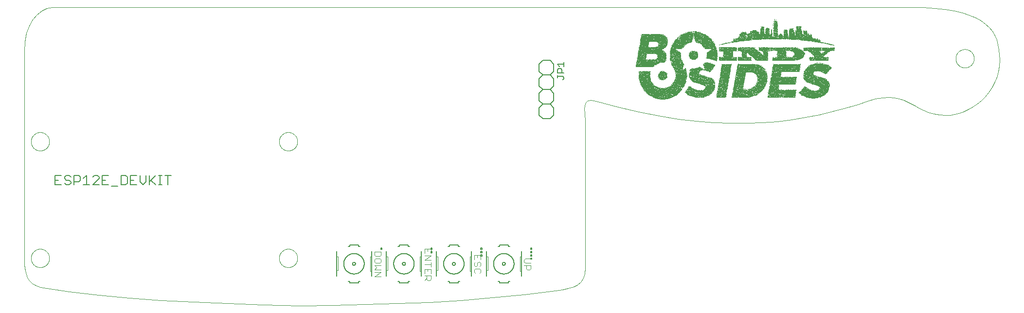
<source format=gto>
G75*
%MOIN*%
%OFA0B0*%
%FSLAX25Y25*%
%IPPOS*%
%LPD*%
%AMOC8*
5,1,8,0,0,1.08239X$1,22.5*
%
%ADD10C,0.00004*%
%ADD11C,0.00000*%
%ADD12C,0.00400*%
%ADD13R,0.03900X0.00300*%
%ADD14R,0.02100X0.00300*%
%ADD15R,0.05400X0.00300*%
%ADD16R,0.09900X0.00300*%
%ADD17R,0.02400X0.00300*%
%ADD18R,0.06900X0.00300*%
%ADD19R,0.04500X0.00300*%
%ADD20R,0.06600X0.00300*%
%ADD21R,0.04200X0.00300*%
%ADD22R,0.01800X0.00300*%
%ADD23R,0.03600X0.00300*%
%ADD24R,0.06300X0.00300*%
%ADD25R,0.07500X0.00300*%
%ADD26R,0.05100X0.00300*%
%ADD27R,0.00300X0.00300*%
%ADD28R,0.00600X0.00300*%
%ADD29R,0.08700X0.00300*%
%ADD30R,0.00900X0.00300*%
%ADD31R,0.07200X0.00300*%
%ADD32R,0.01200X0.00300*%
%ADD33R,0.08100X0.00300*%
%ADD34R,0.10500X0.00300*%
%ADD35R,0.02700X0.00300*%
%ADD36R,0.03300X0.00300*%
%ADD37R,0.13500X0.00300*%
%ADD38R,0.11100X0.00300*%
%ADD39R,0.12000X0.00300*%
%ADD40R,0.07800X0.00300*%
%ADD41R,0.03000X0.00300*%
%ADD42R,0.04800X0.00300*%
%ADD43R,0.05700X0.00300*%
%ADD44R,0.09000X0.00300*%
%ADD45R,0.01500X0.00300*%
%ADD46R,0.09600X0.00300*%
%ADD47R,0.12600X0.00300*%
%ADD48R,0.15300X0.00300*%
%ADD49R,0.06000X0.00300*%
%ADD50R,0.14400X0.00300*%
%ADD51R,0.09300X0.00300*%
%ADD52R,0.14100X0.00300*%
%ADD53R,0.18300X0.00300*%
%ADD54R,0.22500X0.00300*%
%ADD55R,0.18000X0.00300*%
%ADD56R,0.15600X0.00300*%
%ADD57R,0.13200X0.00300*%
%ADD58R,0.13800X0.00300*%
%ADD59R,0.17700X0.00300*%
%ADD60R,0.11700X0.00300*%
%ADD61R,0.15000X0.00300*%
%ADD62R,0.10800X0.00300*%
%ADD63R,0.08400X0.00300*%
%ADD64R,0.18900X0.00300*%
%ADD65R,0.10200X0.00300*%
%ADD66R,0.16800X0.00300*%
%ADD67R,0.19800X0.00300*%
%ADD68R,0.17100X0.00300*%
%ADD69R,0.12900X0.00300*%
%ADD70R,0.12300X0.00300*%
%ADD71R,0.15900X0.00300*%
%ADD72R,0.20700X0.00300*%
%ADD73R,0.16500X0.00300*%
%ADD74R,0.11400X0.00300*%
%ADD75R,0.16200X0.00300*%
%ADD76R,0.14700X0.00300*%
%ADD77R,0.19200X0.00300*%
%ADD78R,0.20100X0.00300*%
%ADD79R,0.21000X0.00300*%
%ADD80R,0.25800X0.00300*%
%ADD81R,0.23400X0.00300*%
%ADD82R,0.21600X0.00300*%
%ADD83C,0.00600*%
%ADD84C,0.00200*%
%ADD85C,0.00500*%
D10*
X0011846Y0013466D02*
X0031543Y0010503D01*
X0051860Y0008103D01*
X0072852Y0006185D01*
X0094574Y0004668D01*
X0117080Y0003472D01*
X0140427Y0002516D01*
X0164669Y0001720D01*
X0189861Y0001002D01*
X0212030Y0001298D01*
X0234150Y0001754D01*
X0256205Y0002429D01*
X0278174Y0003386D01*
X0300040Y0004685D01*
X0321784Y0006388D01*
X0343387Y0008557D01*
X0364832Y0011252D01*
X0369506Y0011971D01*
X0373614Y0012818D01*
X0377136Y0013906D01*
X0380047Y0015348D01*
X0382328Y0017258D01*
X0383954Y0019747D01*
X0384906Y0022929D01*
X0385159Y0026918D01*
X0385159Y0129287D01*
X0385099Y0130998D01*
X0384904Y0133242D01*
X0384785Y0135721D01*
X0384951Y0138135D01*
X0385610Y0140186D01*
X0386973Y0141574D01*
X0389248Y0141999D01*
X0392646Y0141164D01*
X0407677Y0137147D01*
X0422037Y0133806D01*
X0435760Y0131108D01*
X0448881Y0129019D01*
X0461435Y0127503D01*
X0473457Y0126528D01*
X0484982Y0126058D01*
X0496044Y0126060D01*
X0506679Y0126499D01*
X0516922Y0127341D01*
X0526807Y0128553D01*
X0536369Y0130098D01*
X0545643Y0131945D01*
X0554664Y0134058D01*
X0563466Y0136403D01*
X0572086Y0138946D01*
X0578498Y0141219D01*
X0584108Y0142735D01*
X0589012Y0143578D01*
X0593307Y0143832D01*
X0597089Y0143583D01*
X0600454Y0142913D01*
X0603500Y0141908D01*
X0606321Y0140653D01*
X0609014Y0139231D01*
X0611676Y0137727D01*
X0614403Y0136226D01*
X0617292Y0134811D01*
X0620438Y0133568D01*
X0623938Y0132580D01*
X0627889Y0131933D01*
X0632386Y0131710D01*
X0635234Y0131704D01*
X0638219Y0132085D01*
X0641296Y0132840D01*
X0644419Y0133952D01*
X0647544Y0135405D01*
X0650626Y0137185D01*
X0653619Y0139275D01*
X0656479Y0141660D01*
X0659161Y0144324D01*
X0661619Y0147253D01*
X0663809Y0150429D01*
X0665686Y0153838D01*
X0667205Y0157464D01*
X0668320Y0161292D01*
X0668987Y0165305D01*
X0669161Y0169489D01*
X0669067Y0173106D01*
X0668728Y0176600D01*
X0668105Y0179958D01*
X0667162Y0183168D01*
X0665859Y0186215D01*
X0664158Y0189089D01*
X0662022Y0191775D01*
X0659413Y0194260D01*
X0656292Y0196533D01*
X0652622Y0198579D01*
X0648364Y0200387D01*
X0643481Y0201944D01*
X0637934Y0203235D01*
X0631685Y0204249D01*
X0624696Y0204973D01*
X0616930Y0205394D01*
X0019959Y0205394D01*
X0016433Y0204726D01*
X0012975Y0203099D01*
X0009716Y0200551D01*
X0006788Y0197124D01*
X0004321Y0192857D01*
X0002447Y0187790D01*
X0001297Y0181964D01*
X0001002Y0175419D01*
X0001002Y0029028D01*
X0001191Y0026999D01*
X0001546Y0024824D01*
X0002150Y0022588D01*
X0003087Y0020375D01*
X0004441Y0018271D01*
X0006297Y0016361D01*
X0008737Y0014731D01*
X0011846Y0013466D01*
D11*
X0005518Y0033510D02*
X0005520Y0033668D01*
X0005526Y0033826D01*
X0005536Y0033984D01*
X0005550Y0034142D01*
X0005568Y0034299D01*
X0005589Y0034456D01*
X0005615Y0034612D01*
X0005645Y0034768D01*
X0005678Y0034923D01*
X0005716Y0035076D01*
X0005757Y0035229D01*
X0005802Y0035381D01*
X0005851Y0035532D01*
X0005904Y0035681D01*
X0005960Y0035829D01*
X0006020Y0035975D01*
X0006084Y0036120D01*
X0006152Y0036263D01*
X0006223Y0036405D01*
X0006297Y0036545D01*
X0006375Y0036682D01*
X0006457Y0036818D01*
X0006541Y0036952D01*
X0006630Y0037083D01*
X0006721Y0037212D01*
X0006816Y0037339D01*
X0006913Y0037464D01*
X0007014Y0037586D01*
X0007118Y0037705D01*
X0007225Y0037822D01*
X0007335Y0037936D01*
X0007448Y0038047D01*
X0007563Y0038156D01*
X0007681Y0038261D01*
X0007802Y0038363D01*
X0007925Y0038463D01*
X0008051Y0038559D01*
X0008179Y0038652D01*
X0008309Y0038742D01*
X0008442Y0038828D01*
X0008577Y0038912D01*
X0008713Y0038991D01*
X0008852Y0039068D01*
X0008993Y0039140D01*
X0009135Y0039210D01*
X0009279Y0039275D01*
X0009425Y0039337D01*
X0009572Y0039395D01*
X0009721Y0039450D01*
X0009871Y0039501D01*
X0010022Y0039548D01*
X0010174Y0039591D01*
X0010327Y0039630D01*
X0010482Y0039666D01*
X0010637Y0039697D01*
X0010793Y0039725D01*
X0010949Y0039749D01*
X0011106Y0039769D01*
X0011264Y0039785D01*
X0011421Y0039797D01*
X0011580Y0039805D01*
X0011738Y0039809D01*
X0011896Y0039809D01*
X0012054Y0039805D01*
X0012213Y0039797D01*
X0012370Y0039785D01*
X0012528Y0039769D01*
X0012685Y0039749D01*
X0012841Y0039725D01*
X0012997Y0039697D01*
X0013152Y0039666D01*
X0013307Y0039630D01*
X0013460Y0039591D01*
X0013612Y0039548D01*
X0013763Y0039501D01*
X0013913Y0039450D01*
X0014062Y0039395D01*
X0014209Y0039337D01*
X0014355Y0039275D01*
X0014499Y0039210D01*
X0014641Y0039140D01*
X0014782Y0039068D01*
X0014921Y0038991D01*
X0015057Y0038912D01*
X0015192Y0038828D01*
X0015325Y0038742D01*
X0015455Y0038652D01*
X0015583Y0038559D01*
X0015709Y0038463D01*
X0015832Y0038363D01*
X0015953Y0038261D01*
X0016071Y0038156D01*
X0016186Y0038047D01*
X0016299Y0037936D01*
X0016409Y0037822D01*
X0016516Y0037705D01*
X0016620Y0037586D01*
X0016721Y0037464D01*
X0016818Y0037339D01*
X0016913Y0037212D01*
X0017004Y0037083D01*
X0017093Y0036952D01*
X0017177Y0036818D01*
X0017259Y0036682D01*
X0017337Y0036545D01*
X0017411Y0036405D01*
X0017482Y0036263D01*
X0017550Y0036120D01*
X0017614Y0035975D01*
X0017674Y0035829D01*
X0017730Y0035681D01*
X0017783Y0035532D01*
X0017832Y0035381D01*
X0017877Y0035229D01*
X0017918Y0035076D01*
X0017956Y0034923D01*
X0017989Y0034768D01*
X0018019Y0034612D01*
X0018045Y0034456D01*
X0018066Y0034299D01*
X0018084Y0034142D01*
X0018098Y0033984D01*
X0018108Y0033826D01*
X0018114Y0033668D01*
X0018116Y0033510D01*
X0018114Y0033352D01*
X0018108Y0033194D01*
X0018098Y0033036D01*
X0018084Y0032878D01*
X0018066Y0032721D01*
X0018045Y0032564D01*
X0018019Y0032408D01*
X0017989Y0032252D01*
X0017956Y0032097D01*
X0017918Y0031944D01*
X0017877Y0031791D01*
X0017832Y0031639D01*
X0017783Y0031488D01*
X0017730Y0031339D01*
X0017674Y0031191D01*
X0017614Y0031045D01*
X0017550Y0030900D01*
X0017482Y0030757D01*
X0017411Y0030615D01*
X0017337Y0030475D01*
X0017259Y0030338D01*
X0017177Y0030202D01*
X0017093Y0030068D01*
X0017004Y0029937D01*
X0016913Y0029808D01*
X0016818Y0029681D01*
X0016721Y0029556D01*
X0016620Y0029434D01*
X0016516Y0029315D01*
X0016409Y0029198D01*
X0016299Y0029084D01*
X0016186Y0028973D01*
X0016071Y0028864D01*
X0015953Y0028759D01*
X0015832Y0028657D01*
X0015709Y0028557D01*
X0015583Y0028461D01*
X0015455Y0028368D01*
X0015325Y0028278D01*
X0015192Y0028192D01*
X0015057Y0028108D01*
X0014921Y0028029D01*
X0014782Y0027952D01*
X0014641Y0027880D01*
X0014499Y0027810D01*
X0014355Y0027745D01*
X0014209Y0027683D01*
X0014062Y0027625D01*
X0013913Y0027570D01*
X0013763Y0027519D01*
X0013612Y0027472D01*
X0013460Y0027429D01*
X0013307Y0027390D01*
X0013152Y0027354D01*
X0012997Y0027323D01*
X0012841Y0027295D01*
X0012685Y0027271D01*
X0012528Y0027251D01*
X0012370Y0027235D01*
X0012213Y0027223D01*
X0012054Y0027215D01*
X0011896Y0027211D01*
X0011738Y0027211D01*
X0011580Y0027215D01*
X0011421Y0027223D01*
X0011264Y0027235D01*
X0011106Y0027251D01*
X0010949Y0027271D01*
X0010793Y0027295D01*
X0010637Y0027323D01*
X0010482Y0027354D01*
X0010327Y0027390D01*
X0010174Y0027429D01*
X0010022Y0027472D01*
X0009871Y0027519D01*
X0009721Y0027570D01*
X0009572Y0027625D01*
X0009425Y0027683D01*
X0009279Y0027745D01*
X0009135Y0027810D01*
X0008993Y0027880D01*
X0008852Y0027952D01*
X0008713Y0028029D01*
X0008577Y0028108D01*
X0008442Y0028192D01*
X0008309Y0028278D01*
X0008179Y0028368D01*
X0008051Y0028461D01*
X0007925Y0028557D01*
X0007802Y0028657D01*
X0007681Y0028759D01*
X0007563Y0028864D01*
X0007448Y0028973D01*
X0007335Y0029084D01*
X0007225Y0029198D01*
X0007118Y0029315D01*
X0007014Y0029434D01*
X0006913Y0029556D01*
X0006816Y0029681D01*
X0006721Y0029808D01*
X0006630Y0029937D01*
X0006541Y0030068D01*
X0006457Y0030202D01*
X0006375Y0030338D01*
X0006297Y0030475D01*
X0006223Y0030615D01*
X0006152Y0030757D01*
X0006084Y0030900D01*
X0006020Y0031045D01*
X0005960Y0031191D01*
X0005904Y0031339D01*
X0005851Y0031488D01*
X0005802Y0031639D01*
X0005757Y0031791D01*
X0005716Y0031944D01*
X0005678Y0032097D01*
X0005645Y0032252D01*
X0005615Y0032408D01*
X0005589Y0032564D01*
X0005568Y0032721D01*
X0005550Y0032878D01*
X0005536Y0033036D01*
X0005526Y0033194D01*
X0005520Y0033352D01*
X0005518Y0033510D01*
X0175518Y0033510D02*
X0175520Y0033668D01*
X0175526Y0033826D01*
X0175536Y0033984D01*
X0175550Y0034142D01*
X0175568Y0034299D01*
X0175589Y0034456D01*
X0175615Y0034612D01*
X0175645Y0034768D01*
X0175678Y0034923D01*
X0175716Y0035076D01*
X0175757Y0035229D01*
X0175802Y0035381D01*
X0175851Y0035532D01*
X0175904Y0035681D01*
X0175960Y0035829D01*
X0176020Y0035975D01*
X0176084Y0036120D01*
X0176152Y0036263D01*
X0176223Y0036405D01*
X0176297Y0036545D01*
X0176375Y0036682D01*
X0176457Y0036818D01*
X0176541Y0036952D01*
X0176630Y0037083D01*
X0176721Y0037212D01*
X0176816Y0037339D01*
X0176913Y0037464D01*
X0177014Y0037586D01*
X0177118Y0037705D01*
X0177225Y0037822D01*
X0177335Y0037936D01*
X0177448Y0038047D01*
X0177563Y0038156D01*
X0177681Y0038261D01*
X0177802Y0038363D01*
X0177925Y0038463D01*
X0178051Y0038559D01*
X0178179Y0038652D01*
X0178309Y0038742D01*
X0178442Y0038828D01*
X0178577Y0038912D01*
X0178713Y0038991D01*
X0178852Y0039068D01*
X0178993Y0039140D01*
X0179135Y0039210D01*
X0179279Y0039275D01*
X0179425Y0039337D01*
X0179572Y0039395D01*
X0179721Y0039450D01*
X0179871Y0039501D01*
X0180022Y0039548D01*
X0180174Y0039591D01*
X0180327Y0039630D01*
X0180482Y0039666D01*
X0180637Y0039697D01*
X0180793Y0039725D01*
X0180949Y0039749D01*
X0181106Y0039769D01*
X0181264Y0039785D01*
X0181421Y0039797D01*
X0181580Y0039805D01*
X0181738Y0039809D01*
X0181896Y0039809D01*
X0182054Y0039805D01*
X0182213Y0039797D01*
X0182370Y0039785D01*
X0182528Y0039769D01*
X0182685Y0039749D01*
X0182841Y0039725D01*
X0182997Y0039697D01*
X0183152Y0039666D01*
X0183307Y0039630D01*
X0183460Y0039591D01*
X0183612Y0039548D01*
X0183763Y0039501D01*
X0183913Y0039450D01*
X0184062Y0039395D01*
X0184209Y0039337D01*
X0184355Y0039275D01*
X0184499Y0039210D01*
X0184641Y0039140D01*
X0184782Y0039068D01*
X0184921Y0038991D01*
X0185057Y0038912D01*
X0185192Y0038828D01*
X0185325Y0038742D01*
X0185455Y0038652D01*
X0185583Y0038559D01*
X0185709Y0038463D01*
X0185832Y0038363D01*
X0185953Y0038261D01*
X0186071Y0038156D01*
X0186186Y0038047D01*
X0186299Y0037936D01*
X0186409Y0037822D01*
X0186516Y0037705D01*
X0186620Y0037586D01*
X0186721Y0037464D01*
X0186818Y0037339D01*
X0186913Y0037212D01*
X0187004Y0037083D01*
X0187093Y0036952D01*
X0187177Y0036818D01*
X0187259Y0036682D01*
X0187337Y0036545D01*
X0187411Y0036405D01*
X0187482Y0036263D01*
X0187550Y0036120D01*
X0187614Y0035975D01*
X0187674Y0035829D01*
X0187730Y0035681D01*
X0187783Y0035532D01*
X0187832Y0035381D01*
X0187877Y0035229D01*
X0187918Y0035076D01*
X0187956Y0034923D01*
X0187989Y0034768D01*
X0188019Y0034612D01*
X0188045Y0034456D01*
X0188066Y0034299D01*
X0188084Y0034142D01*
X0188098Y0033984D01*
X0188108Y0033826D01*
X0188114Y0033668D01*
X0188116Y0033510D01*
X0188114Y0033352D01*
X0188108Y0033194D01*
X0188098Y0033036D01*
X0188084Y0032878D01*
X0188066Y0032721D01*
X0188045Y0032564D01*
X0188019Y0032408D01*
X0187989Y0032252D01*
X0187956Y0032097D01*
X0187918Y0031944D01*
X0187877Y0031791D01*
X0187832Y0031639D01*
X0187783Y0031488D01*
X0187730Y0031339D01*
X0187674Y0031191D01*
X0187614Y0031045D01*
X0187550Y0030900D01*
X0187482Y0030757D01*
X0187411Y0030615D01*
X0187337Y0030475D01*
X0187259Y0030338D01*
X0187177Y0030202D01*
X0187093Y0030068D01*
X0187004Y0029937D01*
X0186913Y0029808D01*
X0186818Y0029681D01*
X0186721Y0029556D01*
X0186620Y0029434D01*
X0186516Y0029315D01*
X0186409Y0029198D01*
X0186299Y0029084D01*
X0186186Y0028973D01*
X0186071Y0028864D01*
X0185953Y0028759D01*
X0185832Y0028657D01*
X0185709Y0028557D01*
X0185583Y0028461D01*
X0185455Y0028368D01*
X0185325Y0028278D01*
X0185192Y0028192D01*
X0185057Y0028108D01*
X0184921Y0028029D01*
X0184782Y0027952D01*
X0184641Y0027880D01*
X0184499Y0027810D01*
X0184355Y0027745D01*
X0184209Y0027683D01*
X0184062Y0027625D01*
X0183913Y0027570D01*
X0183763Y0027519D01*
X0183612Y0027472D01*
X0183460Y0027429D01*
X0183307Y0027390D01*
X0183152Y0027354D01*
X0182997Y0027323D01*
X0182841Y0027295D01*
X0182685Y0027271D01*
X0182528Y0027251D01*
X0182370Y0027235D01*
X0182213Y0027223D01*
X0182054Y0027215D01*
X0181896Y0027211D01*
X0181738Y0027211D01*
X0181580Y0027215D01*
X0181421Y0027223D01*
X0181264Y0027235D01*
X0181106Y0027251D01*
X0180949Y0027271D01*
X0180793Y0027295D01*
X0180637Y0027323D01*
X0180482Y0027354D01*
X0180327Y0027390D01*
X0180174Y0027429D01*
X0180022Y0027472D01*
X0179871Y0027519D01*
X0179721Y0027570D01*
X0179572Y0027625D01*
X0179425Y0027683D01*
X0179279Y0027745D01*
X0179135Y0027810D01*
X0178993Y0027880D01*
X0178852Y0027952D01*
X0178713Y0028029D01*
X0178577Y0028108D01*
X0178442Y0028192D01*
X0178309Y0028278D01*
X0178179Y0028368D01*
X0178051Y0028461D01*
X0177925Y0028557D01*
X0177802Y0028657D01*
X0177681Y0028759D01*
X0177563Y0028864D01*
X0177448Y0028973D01*
X0177335Y0029084D01*
X0177225Y0029198D01*
X0177118Y0029315D01*
X0177014Y0029434D01*
X0176913Y0029556D01*
X0176816Y0029681D01*
X0176721Y0029808D01*
X0176630Y0029937D01*
X0176541Y0030068D01*
X0176457Y0030202D01*
X0176375Y0030338D01*
X0176297Y0030475D01*
X0176223Y0030615D01*
X0176152Y0030757D01*
X0176084Y0030900D01*
X0176020Y0031045D01*
X0175960Y0031191D01*
X0175904Y0031339D01*
X0175851Y0031488D01*
X0175802Y0031639D01*
X0175757Y0031791D01*
X0175716Y0031944D01*
X0175678Y0032097D01*
X0175645Y0032252D01*
X0175615Y0032408D01*
X0175589Y0032564D01*
X0175568Y0032721D01*
X0175550Y0032878D01*
X0175536Y0033036D01*
X0175526Y0033194D01*
X0175520Y0033352D01*
X0175518Y0033510D01*
X0175518Y0113510D02*
X0175520Y0113668D01*
X0175526Y0113826D01*
X0175536Y0113984D01*
X0175550Y0114142D01*
X0175568Y0114299D01*
X0175589Y0114456D01*
X0175615Y0114612D01*
X0175645Y0114768D01*
X0175678Y0114923D01*
X0175716Y0115076D01*
X0175757Y0115229D01*
X0175802Y0115381D01*
X0175851Y0115532D01*
X0175904Y0115681D01*
X0175960Y0115829D01*
X0176020Y0115975D01*
X0176084Y0116120D01*
X0176152Y0116263D01*
X0176223Y0116405D01*
X0176297Y0116545D01*
X0176375Y0116682D01*
X0176457Y0116818D01*
X0176541Y0116952D01*
X0176630Y0117083D01*
X0176721Y0117212D01*
X0176816Y0117339D01*
X0176913Y0117464D01*
X0177014Y0117586D01*
X0177118Y0117705D01*
X0177225Y0117822D01*
X0177335Y0117936D01*
X0177448Y0118047D01*
X0177563Y0118156D01*
X0177681Y0118261D01*
X0177802Y0118363D01*
X0177925Y0118463D01*
X0178051Y0118559D01*
X0178179Y0118652D01*
X0178309Y0118742D01*
X0178442Y0118828D01*
X0178577Y0118912D01*
X0178713Y0118991D01*
X0178852Y0119068D01*
X0178993Y0119140D01*
X0179135Y0119210D01*
X0179279Y0119275D01*
X0179425Y0119337D01*
X0179572Y0119395D01*
X0179721Y0119450D01*
X0179871Y0119501D01*
X0180022Y0119548D01*
X0180174Y0119591D01*
X0180327Y0119630D01*
X0180482Y0119666D01*
X0180637Y0119697D01*
X0180793Y0119725D01*
X0180949Y0119749D01*
X0181106Y0119769D01*
X0181264Y0119785D01*
X0181421Y0119797D01*
X0181580Y0119805D01*
X0181738Y0119809D01*
X0181896Y0119809D01*
X0182054Y0119805D01*
X0182213Y0119797D01*
X0182370Y0119785D01*
X0182528Y0119769D01*
X0182685Y0119749D01*
X0182841Y0119725D01*
X0182997Y0119697D01*
X0183152Y0119666D01*
X0183307Y0119630D01*
X0183460Y0119591D01*
X0183612Y0119548D01*
X0183763Y0119501D01*
X0183913Y0119450D01*
X0184062Y0119395D01*
X0184209Y0119337D01*
X0184355Y0119275D01*
X0184499Y0119210D01*
X0184641Y0119140D01*
X0184782Y0119068D01*
X0184921Y0118991D01*
X0185057Y0118912D01*
X0185192Y0118828D01*
X0185325Y0118742D01*
X0185455Y0118652D01*
X0185583Y0118559D01*
X0185709Y0118463D01*
X0185832Y0118363D01*
X0185953Y0118261D01*
X0186071Y0118156D01*
X0186186Y0118047D01*
X0186299Y0117936D01*
X0186409Y0117822D01*
X0186516Y0117705D01*
X0186620Y0117586D01*
X0186721Y0117464D01*
X0186818Y0117339D01*
X0186913Y0117212D01*
X0187004Y0117083D01*
X0187093Y0116952D01*
X0187177Y0116818D01*
X0187259Y0116682D01*
X0187337Y0116545D01*
X0187411Y0116405D01*
X0187482Y0116263D01*
X0187550Y0116120D01*
X0187614Y0115975D01*
X0187674Y0115829D01*
X0187730Y0115681D01*
X0187783Y0115532D01*
X0187832Y0115381D01*
X0187877Y0115229D01*
X0187918Y0115076D01*
X0187956Y0114923D01*
X0187989Y0114768D01*
X0188019Y0114612D01*
X0188045Y0114456D01*
X0188066Y0114299D01*
X0188084Y0114142D01*
X0188098Y0113984D01*
X0188108Y0113826D01*
X0188114Y0113668D01*
X0188116Y0113510D01*
X0188114Y0113352D01*
X0188108Y0113194D01*
X0188098Y0113036D01*
X0188084Y0112878D01*
X0188066Y0112721D01*
X0188045Y0112564D01*
X0188019Y0112408D01*
X0187989Y0112252D01*
X0187956Y0112097D01*
X0187918Y0111944D01*
X0187877Y0111791D01*
X0187832Y0111639D01*
X0187783Y0111488D01*
X0187730Y0111339D01*
X0187674Y0111191D01*
X0187614Y0111045D01*
X0187550Y0110900D01*
X0187482Y0110757D01*
X0187411Y0110615D01*
X0187337Y0110475D01*
X0187259Y0110338D01*
X0187177Y0110202D01*
X0187093Y0110068D01*
X0187004Y0109937D01*
X0186913Y0109808D01*
X0186818Y0109681D01*
X0186721Y0109556D01*
X0186620Y0109434D01*
X0186516Y0109315D01*
X0186409Y0109198D01*
X0186299Y0109084D01*
X0186186Y0108973D01*
X0186071Y0108864D01*
X0185953Y0108759D01*
X0185832Y0108657D01*
X0185709Y0108557D01*
X0185583Y0108461D01*
X0185455Y0108368D01*
X0185325Y0108278D01*
X0185192Y0108192D01*
X0185057Y0108108D01*
X0184921Y0108029D01*
X0184782Y0107952D01*
X0184641Y0107880D01*
X0184499Y0107810D01*
X0184355Y0107745D01*
X0184209Y0107683D01*
X0184062Y0107625D01*
X0183913Y0107570D01*
X0183763Y0107519D01*
X0183612Y0107472D01*
X0183460Y0107429D01*
X0183307Y0107390D01*
X0183152Y0107354D01*
X0182997Y0107323D01*
X0182841Y0107295D01*
X0182685Y0107271D01*
X0182528Y0107251D01*
X0182370Y0107235D01*
X0182213Y0107223D01*
X0182054Y0107215D01*
X0181896Y0107211D01*
X0181738Y0107211D01*
X0181580Y0107215D01*
X0181421Y0107223D01*
X0181264Y0107235D01*
X0181106Y0107251D01*
X0180949Y0107271D01*
X0180793Y0107295D01*
X0180637Y0107323D01*
X0180482Y0107354D01*
X0180327Y0107390D01*
X0180174Y0107429D01*
X0180022Y0107472D01*
X0179871Y0107519D01*
X0179721Y0107570D01*
X0179572Y0107625D01*
X0179425Y0107683D01*
X0179279Y0107745D01*
X0179135Y0107810D01*
X0178993Y0107880D01*
X0178852Y0107952D01*
X0178713Y0108029D01*
X0178577Y0108108D01*
X0178442Y0108192D01*
X0178309Y0108278D01*
X0178179Y0108368D01*
X0178051Y0108461D01*
X0177925Y0108557D01*
X0177802Y0108657D01*
X0177681Y0108759D01*
X0177563Y0108864D01*
X0177448Y0108973D01*
X0177335Y0109084D01*
X0177225Y0109198D01*
X0177118Y0109315D01*
X0177014Y0109434D01*
X0176913Y0109556D01*
X0176816Y0109681D01*
X0176721Y0109808D01*
X0176630Y0109937D01*
X0176541Y0110068D01*
X0176457Y0110202D01*
X0176375Y0110338D01*
X0176297Y0110475D01*
X0176223Y0110615D01*
X0176152Y0110757D01*
X0176084Y0110900D01*
X0176020Y0111045D01*
X0175960Y0111191D01*
X0175904Y0111339D01*
X0175851Y0111488D01*
X0175802Y0111639D01*
X0175757Y0111791D01*
X0175716Y0111944D01*
X0175678Y0112097D01*
X0175645Y0112252D01*
X0175615Y0112408D01*
X0175589Y0112564D01*
X0175568Y0112721D01*
X0175550Y0112878D01*
X0175536Y0113036D01*
X0175526Y0113194D01*
X0175520Y0113352D01*
X0175518Y0113510D01*
X0005518Y0113510D02*
X0005520Y0113668D01*
X0005526Y0113826D01*
X0005536Y0113984D01*
X0005550Y0114142D01*
X0005568Y0114299D01*
X0005589Y0114456D01*
X0005615Y0114612D01*
X0005645Y0114768D01*
X0005678Y0114923D01*
X0005716Y0115076D01*
X0005757Y0115229D01*
X0005802Y0115381D01*
X0005851Y0115532D01*
X0005904Y0115681D01*
X0005960Y0115829D01*
X0006020Y0115975D01*
X0006084Y0116120D01*
X0006152Y0116263D01*
X0006223Y0116405D01*
X0006297Y0116545D01*
X0006375Y0116682D01*
X0006457Y0116818D01*
X0006541Y0116952D01*
X0006630Y0117083D01*
X0006721Y0117212D01*
X0006816Y0117339D01*
X0006913Y0117464D01*
X0007014Y0117586D01*
X0007118Y0117705D01*
X0007225Y0117822D01*
X0007335Y0117936D01*
X0007448Y0118047D01*
X0007563Y0118156D01*
X0007681Y0118261D01*
X0007802Y0118363D01*
X0007925Y0118463D01*
X0008051Y0118559D01*
X0008179Y0118652D01*
X0008309Y0118742D01*
X0008442Y0118828D01*
X0008577Y0118912D01*
X0008713Y0118991D01*
X0008852Y0119068D01*
X0008993Y0119140D01*
X0009135Y0119210D01*
X0009279Y0119275D01*
X0009425Y0119337D01*
X0009572Y0119395D01*
X0009721Y0119450D01*
X0009871Y0119501D01*
X0010022Y0119548D01*
X0010174Y0119591D01*
X0010327Y0119630D01*
X0010482Y0119666D01*
X0010637Y0119697D01*
X0010793Y0119725D01*
X0010949Y0119749D01*
X0011106Y0119769D01*
X0011264Y0119785D01*
X0011421Y0119797D01*
X0011580Y0119805D01*
X0011738Y0119809D01*
X0011896Y0119809D01*
X0012054Y0119805D01*
X0012213Y0119797D01*
X0012370Y0119785D01*
X0012528Y0119769D01*
X0012685Y0119749D01*
X0012841Y0119725D01*
X0012997Y0119697D01*
X0013152Y0119666D01*
X0013307Y0119630D01*
X0013460Y0119591D01*
X0013612Y0119548D01*
X0013763Y0119501D01*
X0013913Y0119450D01*
X0014062Y0119395D01*
X0014209Y0119337D01*
X0014355Y0119275D01*
X0014499Y0119210D01*
X0014641Y0119140D01*
X0014782Y0119068D01*
X0014921Y0118991D01*
X0015057Y0118912D01*
X0015192Y0118828D01*
X0015325Y0118742D01*
X0015455Y0118652D01*
X0015583Y0118559D01*
X0015709Y0118463D01*
X0015832Y0118363D01*
X0015953Y0118261D01*
X0016071Y0118156D01*
X0016186Y0118047D01*
X0016299Y0117936D01*
X0016409Y0117822D01*
X0016516Y0117705D01*
X0016620Y0117586D01*
X0016721Y0117464D01*
X0016818Y0117339D01*
X0016913Y0117212D01*
X0017004Y0117083D01*
X0017093Y0116952D01*
X0017177Y0116818D01*
X0017259Y0116682D01*
X0017337Y0116545D01*
X0017411Y0116405D01*
X0017482Y0116263D01*
X0017550Y0116120D01*
X0017614Y0115975D01*
X0017674Y0115829D01*
X0017730Y0115681D01*
X0017783Y0115532D01*
X0017832Y0115381D01*
X0017877Y0115229D01*
X0017918Y0115076D01*
X0017956Y0114923D01*
X0017989Y0114768D01*
X0018019Y0114612D01*
X0018045Y0114456D01*
X0018066Y0114299D01*
X0018084Y0114142D01*
X0018098Y0113984D01*
X0018108Y0113826D01*
X0018114Y0113668D01*
X0018116Y0113510D01*
X0018114Y0113352D01*
X0018108Y0113194D01*
X0018098Y0113036D01*
X0018084Y0112878D01*
X0018066Y0112721D01*
X0018045Y0112564D01*
X0018019Y0112408D01*
X0017989Y0112252D01*
X0017956Y0112097D01*
X0017918Y0111944D01*
X0017877Y0111791D01*
X0017832Y0111639D01*
X0017783Y0111488D01*
X0017730Y0111339D01*
X0017674Y0111191D01*
X0017614Y0111045D01*
X0017550Y0110900D01*
X0017482Y0110757D01*
X0017411Y0110615D01*
X0017337Y0110475D01*
X0017259Y0110338D01*
X0017177Y0110202D01*
X0017093Y0110068D01*
X0017004Y0109937D01*
X0016913Y0109808D01*
X0016818Y0109681D01*
X0016721Y0109556D01*
X0016620Y0109434D01*
X0016516Y0109315D01*
X0016409Y0109198D01*
X0016299Y0109084D01*
X0016186Y0108973D01*
X0016071Y0108864D01*
X0015953Y0108759D01*
X0015832Y0108657D01*
X0015709Y0108557D01*
X0015583Y0108461D01*
X0015455Y0108368D01*
X0015325Y0108278D01*
X0015192Y0108192D01*
X0015057Y0108108D01*
X0014921Y0108029D01*
X0014782Y0107952D01*
X0014641Y0107880D01*
X0014499Y0107810D01*
X0014355Y0107745D01*
X0014209Y0107683D01*
X0014062Y0107625D01*
X0013913Y0107570D01*
X0013763Y0107519D01*
X0013612Y0107472D01*
X0013460Y0107429D01*
X0013307Y0107390D01*
X0013152Y0107354D01*
X0012997Y0107323D01*
X0012841Y0107295D01*
X0012685Y0107271D01*
X0012528Y0107251D01*
X0012370Y0107235D01*
X0012213Y0107223D01*
X0012054Y0107215D01*
X0011896Y0107211D01*
X0011738Y0107211D01*
X0011580Y0107215D01*
X0011421Y0107223D01*
X0011264Y0107235D01*
X0011106Y0107251D01*
X0010949Y0107271D01*
X0010793Y0107295D01*
X0010637Y0107323D01*
X0010482Y0107354D01*
X0010327Y0107390D01*
X0010174Y0107429D01*
X0010022Y0107472D01*
X0009871Y0107519D01*
X0009721Y0107570D01*
X0009572Y0107625D01*
X0009425Y0107683D01*
X0009279Y0107745D01*
X0009135Y0107810D01*
X0008993Y0107880D01*
X0008852Y0107952D01*
X0008713Y0108029D01*
X0008577Y0108108D01*
X0008442Y0108192D01*
X0008309Y0108278D01*
X0008179Y0108368D01*
X0008051Y0108461D01*
X0007925Y0108557D01*
X0007802Y0108657D01*
X0007681Y0108759D01*
X0007563Y0108864D01*
X0007448Y0108973D01*
X0007335Y0109084D01*
X0007225Y0109198D01*
X0007118Y0109315D01*
X0007014Y0109434D01*
X0006913Y0109556D01*
X0006816Y0109681D01*
X0006721Y0109808D01*
X0006630Y0109937D01*
X0006541Y0110068D01*
X0006457Y0110202D01*
X0006375Y0110338D01*
X0006297Y0110475D01*
X0006223Y0110615D01*
X0006152Y0110757D01*
X0006084Y0110900D01*
X0006020Y0111045D01*
X0005960Y0111191D01*
X0005904Y0111339D01*
X0005851Y0111488D01*
X0005802Y0111639D01*
X0005757Y0111791D01*
X0005716Y0111944D01*
X0005678Y0112097D01*
X0005645Y0112252D01*
X0005615Y0112408D01*
X0005589Y0112564D01*
X0005568Y0112721D01*
X0005550Y0112878D01*
X0005536Y0113036D01*
X0005526Y0113194D01*
X0005520Y0113352D01*
X0005518Y0113510D01*
X0639132Y0170447D02*
X0639134Y0170605D01*
X0639140Y0170763D01*
X0639150Y0170921D01*
X0639164Y0171079D01*
X0639182Y0171236D01*
X0639203Y0171393D01*
X0639229Y0171549D01*
X0639259Y0171705D01*
X0639292Y0171860D01*
X0639330Y0172013D01*
X0639371Y0172166D01*
X0639416Y0172318D01*
X0639465Y0172469D01*
X0639518Y0172618D01*
X0639574Y0172766D01*
X0639634Y0172912D01*
X0639698Y0173057D01*
X0639766Y0173200D01*
X0639837Y0173342D01*
X0639911Y0173482D01*
X0639989Y0173619D01*
X0640071Y0173755D01*
X0640155Y0173889D01*
X0640244Y0174020D01*
X0640335Y0174149D01*
X0640430Y0174276D01*
X0640527Y0174401D01*
X0640628Y0174523D01*
X0640732Y0174642D01*
X0640839Y0174759D01*
X0640949Y0174873D01*
X0641062Y0174984D01*
X0641177Y0175093D01*
X0641295Y0175198D01*
X0641416Y0175300D01*
X0641539Y0175400D01*
X0641665Y0175496D01*
X0641793Y0175589D01*
X0641923Y0175679D01*
X0642056Y0175765D01*
X0642191Y0175849D01*
X0642327Y0175928D01*
X0642466Y0176005D01*
X0642607Y0176077D01*
X0642749Y0176147D01*
X0642893Y0176212D01*
X0643039Y0176274D01*
X0643186Y0176332D01*
X0643335Y0176387D01*
X0643485Y0176438D01*
X0643636Y0176485D01*
X0643788Y0176528D01*
X0643941Y0176567D01*
X0644096Y0176603D01*
X0644251Y0176634D01*
X0644407Y0176662D01*
X0644563Y0176686D01*
X0644720Y0176706D01*
X0644878Y0176722D01*
X0645035Y0176734D01*
X0645194Y0176742D01*
X0645352Y0176746D01*
X0645510Y0176746D01*
X0645668Y0176742D01*
X0645827Y0176734D01*
X0645984Y0176722D01*
X0646142Y0176706D01*
X0646299Y0176686D01*
X0646455Y0176662D01*
X0646611Y0176634D01*
X0646766Y0176603D01*
X0646921Y0176567D01*
X0647074Y0176528D01*
X0647226Y0176485D01*
X0647377Y0176438D01*
X0647527Y0176387D01*
X0647676Y0176332D01*
X0647823Y0176274D01*
X0647969Y0176212D01*
X0648113Y0176147D01*
X0648255Y0176077D01*
X0648396Y0176005D01*
X0648535Y0175928D01*
X0648671Y0175849D01*
X0648806Y0175765D01*
X0648939Y0175679D01*
X0649069Y0175589D01*
X0649197Y0175496D01*
X0649323Y0175400D01*
X0649446Y0175300D01*
X0649567Y0175198D01*
X0649685Y0175093D01*
X0649800Y0174984D01*
X0649913Y0174873D01*
X0650023Y0174759D01*
X0650130Y0174642D01*
X0650234Y0174523D01*
X0650335Y0174401D01*
X0650432Y0174276D01*
X0650527Y0174149D01*
X0650618Y0174020D01*
X0650707Y0173889D01*
X0650791Y0173755D01*
X0650873Y0173619D01*
X0650951Y0173482D01*
X0651025Y0173342D01*
X0651096Y0173200D01*
X0651164Y0173057D01*
X0651228Y0172912D01*
X0651288Y0172766D01*
X0651344Y0172618D01*
X0651397Y0172469D01*
X0651446Y0172318D01*
X0651491Y0172166D01*
X0651532Y0172013D01*
X0651570Y0171860D01*
X0651603Y0171705D01*
X0651633Y0171549D01*
X0651659Y0171393D01*
X0651680Y0171236D01*
X0651698Y0171079D01*
X0651712Y0170921D01*
X0651722Y0170763D01*
X0651728Y0170605D01*
X0651730Y0170447D01*
X0651728Y0170289D01*
X0651722Y0170131D01*
X0651712Y0169973D01*
X0651698Y0169815D01*
X0651680Y0169658D01*
X0651659Y0169501D01*
X0651633Y0169345D01*
X0651603Y0169189D01*
X0651570Y0169034D01*
X0651532Y0168881D01*
X0651491Y0168728D01*
X0651446Y0168576D01*
X0651397Y0168425D01*
X0651344Y0168276D01*
X0651288Y0168128D01*
X0651228Y0167982D01*
X0651164Y0167837D01*
X0651096Y0167694D01*
X0651025Y0167552D01*
X0650951Y0167412D01*
X0650873Y0167275D01*
X0650791Y0167139D01*
X0650707Y0167005D01*
X0650618Y0166874D01*
X0650527Y0166745D01*
X0650432Y0166618D01*
X0650335Y0166493D01*
X0650234Y0166371D01*
X0650130Y0166252D01*
X0650023Y0166135D01*
X0649913Y0166021D01*
X0649800Y0165910D01*
X0649685Y0165801D01*
X0649567Y0165696D01*
X0649446Y0165594D01*
X0649323Y0165494D01*
X0649197Y0165398D01*
X0649069Y0165305D01*
X0648939Y0165215D01*
X0648806Y0165129D01*
X0648671Y0165045D01*
X0648535Y0164966D01*
X0648396Y0164889D01*
X0648255Y0164817D01*
X0648113Y0164747D01*
X0647969Y0164682D01*
X0647823Y0164620D01*
X0647676Y0164562D01*
X0647527Y0164507D01*
X0647377Y0164456D01*
X0647226Y0164409D01*
X0647074Y0164366D01*
X0646921Y0164327D01*
X0646766Y0164291D01*
X0646611Y0164260D01*
X0646455Y0164232D01*
X0646299Y0164208D01*
X0646142Y0164188D01*
X0645984Y0164172D01*
X0645827Y0164160D01*
X0645668Y0164152D01*
X0645510Y0164148D01*
X0645352Y0164148D01*
X0645194Y0164152D01*
X0645035Y0164160D01*
X0644878Y0164172D01*
X0644720Y0164188D01*
X0644563Y0164208D01*
X0644407Y0164232D01*
X0644251Y0164260D01*
X0644096Y0164291D01*
X0643941Y0164327D01*
X0643788Y0164366D01*
X0643636Y0164409D01*
X0643485Y0164456D01*
X0643335Y0164507D01*
X0643186Y0164562D01*
X0643039Y0164620D01*
X0642893Y0164682D01*
X0642749Y0164747D01*
X0642607Y0164817D01*
X0642466Y0164889D01*
X0642327Y0164966D01*
X0642191Y0165045D01*
X0642056Y0165129D01*
X0641923Y0165215D01*
X0641793Y0165305D01*
X0641665Y0165398D01*
X0641539Y0165494D01*
X0641416Y0165594D01*
X0641295Y0165696D01*
X0641177Y0165801D01*
X0641062Y0165910D01*
X0640949Y0166021D01*
X0640839Y0166135D01*
X0640732Y0166252D01*
X0640628Y0166371D01*
X0640527Y0166493D01*
X0640430Y0166618D01*
X0640335Y0166745D01*
X0640244Y0166874D01*
X0640155Y0167005D01*
X0640071Y0167139D01*
X0639989Y0167275D01*
X0639911Y0167412D01*
X0639837Y0167552D01*
X0639766Y0167694D01*
X0639698Y0167837D01*
X0639634Y0167982D01*
X0639574Y0168128D01*
X0639518Y0168276D01*
X0639465Y0168425D01*
X0639416Y0168576D01*
X0639371Y0168728D01*
X0639330Y0168881D01*
X0639292Y0169034D01*
X0639259Y0169189D01*
X0639229Y0169345D01*
X0639203Y0169501D01*
X0639182Y0169658D01*
X0639164Y0169815D01*
X0639150Y0169973D01*
X0639140Y0170131D01*
X0639134Y0170289D01*
X0639132Y0170447D01*
D12*
X0279735Y0039847D02*
X0275131Y0039847D01*
X0275131Y0036778D01*
X0275131Y0035243D02*
X0279735Y0035243D01*
X0275131Y0032174D01*
X0279735Y0032174D01*
X0279735Y0030639D02*
X0279735Y0027570D01*
X0279735Y0026035D02*
X0275131Y0026035D01*
X0275131Y0022966D01*
X0275131Y0021431D02*
X0279735Y0021431D01*
X0279735Y0019130D01*
X0278968Y0018362D01*
X0277433Y0018362D01*
X0276666Y0019130D01*
X0276666Y0021431D01*
X0276666Y0019897D02*
X0275131Y0018362D01*
X0279735Y0022966D02*
X0279735Y0026035D01*
X0277433Y0026035D02*
X0277433Y0024501D01*
X0275131Y0029105D02*
X0279735Y0029105D01*
X0279735Y0036778D02*
X0279735Y0039847D01*
X0277433Y0039847D02*
X0277433Y0038313D01*
X0309131Y0035547D02*
X0309131Y0032478D01*
X0309899Y0030943D02*
X0309131Y0030176D01*
X0309131Y0028641D01*
X0309899Y0027874D01*
X0310666Y0027874D01*
X0311433Y0028641D01*
X0311433Y0030176D01*
X0312201Y0030943D01*
X0312968Y0030943D01*
X0313735Y0030176D01*
X0313735Y0028641D01*
X0312968Y0027874D01*
X0312968Y0026339D02*
X0309899Y0026339D01*
X0309131Y0025572D01*
X0309131Y0024037D01*
X0309899Y0023270D01*
X0312968Y0023270D02*
X0313735Y0024037D01*
X0313735Y0025572D01*
X0312968Y0026339D01*
X0313735Y0032478D02*
X0313735Y0035547D01*
X0309131Y0035547D01*
X0311433Y0035547D02*
X0311433Y0034013D01*
X0343431Y0032380D02*
X0343431Y0030845D01*
X0344199Y0030078D01*
X0348035Y0030078D01*
X0348035Y0028543D02*
X0348035Y0026241D01*
X0347268Y0025474D01*
X0345733Y0025474D01*
X0344966Y0026241D01*
X0344966Y0028543D01*
X0343431Y0028543D02*
X0348035Y0028543D01*
X0344199Y0033147D02*
X0343431Y0032380D01*
X0344199Y0033147D02*
X0348035Y0033147D01*
X0245435Y0032476D02*
X0245435Y0030941D01*
X0244668Y0030174D01*
X0241599Y0030174D01*
X0240831Y0030941D01*
X0240831Y0032476D01*
X0241599Y0033243D01*
X0244668Y0033243D01*
X0245435Y0032476D01*
X0244668Y0034778D02*
X0245435Y0035545D01*
X0245435Y0037847D01*
X0240831Y0037847D01*
X0240831Y0035545D01*
X0241599Y0034778D01*
X0244668Y0034778D01*
X0245435Y0028639D02*
X0240831Y0028639D01*
X0242366Y0027105D01*
X0240831Y0025570D01*
X0245435Y0025570D01*
X0245435Y0024035D02*
X0240831Y0024035D01*
X0240831Y0020966D02*
X0245435Y0020966D01*
X0245435Y0024035D02*
X0240831Y0020966D01*
D13*
X0438431Y0142347D03*
X0443531Y0143847D03*
X0445031Y0144447D03*
X0431231Y0145047D03*
X0445031Y0151047D03*
X0447431Y0153747D03*
X0448631Y0155547D03*
X0437531Y0159747D03*
X0427931Y0157947D03*
X0424031Y0160047D03*
X0422831Y0169947D03*
X0435131Y0169647D03*
X0445331Y0170547D03*
X0447131Y0169947D03*
X0448931Y0173847D03*
X0458231Y0172947D03*
X0473531Y0176247D03*
X0467831Y0178647D03*
X0462431Y0183147D03*
X0463931Y0184647D03*
X0462131Y0188247D03*
X0452531Y0186447D03*
X0448331Y0181947D03*
X0439331Y0184347D03*
X0438731Y0180747D03*
X0438731Y0178047D03*
X0426731Y0178947D03*
X0424331Y0178347D03*
X0424031Y0177747D03*
X0424931Y0182847D03*
X0468131Y0165147D03*
X0472331Y0165147D03*
X0462731Y0163647D03*
X0466931Y0157347D03*
X0465131Y0155247D03*
X0472331Y0152247D03*
X0469331Y0148647D03*
X0479531Y0150747D03*
X0480431Y0147147D03*
X0488231Y0146847D03*
X0498131Y0145647D03*
X0504431Y0148047D03*
X0502931Y0149247D03*
X0503231Y0149847D03*
X0507131Y0152547D03*
X0513431Y0150447D03*
X0516431Y0144747D03*
X0520031Y0146247D03*
X0534131Y0147447D03*
X0546731Y0144747D03*
X0548531Y0149547D03*
X0550931Y0152547D03*
X0549431Y0160947D03*
X0541631Y0165747D03*
X0530531Y0172947D03*
X0518831Y0172647D03*
X0508631Y0169647D03*
X0508031Y0171447D03*
X0500831Y0171747D03*
X0499931Y0172647D03*
X0484631Y0172047D03*
X0504131Y0165147D03*
X0515531Y0163347D03*
X0515831Y0164847D03*
X0505931Y0159147D03*
X0520931Y0157347D03*
X0550931Y0175047D03*
X0549431Y0177147D03*
X0546731Y0181347D03*
X0544331Y0181947D03*
X0526931Y0186147D03*
X0526931Y0186447D03*
X0526931Y0186747D03*
X0526931Y0187047D03*
X0526931Y0187347D03*
X0526931Y0188247D03*
X0493931Y0187647D03*
X0493631Y0187347D03*
X0493031Y0186147D03*
X0493031Y0185847D03*
X0493931Y0185247D03*
X0456731Y0148647D03*
X0450731Y0150447D03*
X0449231Y0149547D03*
D14*
X0448631Y0151047D03*
X0444731Y0151347D03*
X0441431Y0149847D03*
X0435131Y0149547D03*
X0428531Y0146247D03*
X0435731Y0142647D03*
X0445331Y0144147D03*
X0457331Y0145047D03*
X0457931Y0144747D03*
X0457031Y0150447D03*
X0467531Y0149247D03*
X0477431Y0150447D03*
X0479831Y0146847D03*
X0486731Y0143847D03*
X0498131Y0144747D03*
X0506231Y0149247D03*
X0511631Y0146247D03*
X0511631Y0145047D03*
X0520031Y0144447D03*
X0534131Y0145647D03*
X0538631Y0145347D03*
X0544631Y0146847D03*
X0551231Y0153747D03*
X0543431Y0156447D03*
X0531431Y0162147D03*
X0531131Y0161847D03*
X0532031Y0166347D03*
X0544931Y0170847D03*
X0527231Y0176847D03*
X0521531Y0175047D03*
X0522131Y0172647D03*
X0506231Y0175647D03*
X0502631Y0175347D03*
X0501431Y0176547D03*
X0495131Y0173847D03*
X0487331Y0177747D03*
X0479831Y0180147D03*
X0478931Y0179847D03*
X0471131Y0182547D03*
X0470231Y0177747D03*
X0474131Y0177447D03*
X0474131Y0177147D03*
X0466331Y0179547D03*
X0459431Y0175347D03*
X0461531Y0172947D03*
X0444731Y0170847D03*
X0444431Y0170247D03*
X0439931Y0169947D03*
X0435731Y0171747D03*
X0429131Y0169347D03*
X0422231Y0171447D03*
X0421331Y0166947D03*
X0421031Y0165747D03*
X0424931Y0166047D03*
X0428831Y0159147D03*
X0429131Y0156147D03*
X0429431Y0154947D03*
X0438431Y0155547D03*
X0448331Y0159747D03*
X0458831Y0155247D03*
X0461831Y0155247D03*
X0462431Y0159447D03*
X0470531Y0161547D03*
X0482531Y0166347D03*
X0484331Y0164847D03*
X0489731Y0160947D03*
X0489431Y0157647D03*
X0480431Y0153147D03*
X0478031Y0154347D03*
X0478031Y0155247D03*
X0477731Y0153147D03*
X0504131Y0157647D03*
X0504431Y0155547D03*
X0513131Y0154947D03*
X0514031Y0159747D03*
X0514631Y0162447D03*
X0514631Y0163647D03*
X0507731Y0161547D03*
X0529331Y0157047D03*
X0526631Y0153747D03*
X0517031Y0151947D03*
X0479531Y0169647D03*
X0482231Y0171747D03*
X0451631Y0166947D03*
X0450731Y0166047D03*
X0427631Y0178347D03*
X0423431Y0178947D03*
X0439031Y0185247D03*
X0448031Y0183147D03*
X0456731Y0186747D03*
X0465731Y0187047D03*
X0457631Y0182247D03*
X0491531Y0184947D03*
X0497231Y0185847D03*
X0506531Y0190947D03*
X0506831Y0191247D03*
X0506831Y0191547D03*
X0506831Y0191847D03*
X0510131Y0190947D03*
X0510431Y0189447D03*
X0516431Y0188547D03*
X0516431Y0186447D03*
X0516431Y0185247D03*
X0519431Y0186447D03*
X0522431Y0186747D03*
X0522131Y0184947D03*
X0523031Y0189147D03*
X0522731Y0189747D03*
X0526031Y0187947D03*
X0526631Y0190347D03*
X0530831Y0190647D03*
X0530831Y0189147D03*
X0536531Y0186447D03*
X0533831Y0185547D03*
X0533531Y0182847D03*
X0538631Y0182247D03*
X0515831Y0195147D03*
D15*
X0488381Y0181947D03*
X0470381Y0181347D03*
X0473081Y0175347D03*
X0483881Y0172647D03*
X0500981Y0172347D03*
X0502481Y0171147D03*
X0519281Y0171447D03*
X0520481Y0171747D03*
X0544181Y0173847D03*
X0544781Y0170247D03*
X0550481Y0162747D03*
X0539681Y0161247D03*
X0537581Y0160047D03*
X0547481Y0156447D03*
X0549281Y0154347D03*
X0539081Y0154647D03*
X0536381Y0148947D03*
X0535481Y0147747D03*
X0523481Y0145647D03*
X0505481Y0150147D03*
X0489881Y0151947D03*
X0480581Y0153447D03*
X0478481Y0148047D03*
X0488681Y0145947D03*
X0462581Y0147747D03*
X0457781Y0149247D03*
X0457181Y0146247D03*
X0439781Y0142647D03*
X0433481Y0144147D03*
X0431081Y0149547D03*
X0425381Y0154947D03*
X0424781Y0156147D03*
X0452381Y0160047D03*
X0459881Y0156147D03*
X0469781Y0162747D03*
X0468581Y0166047D03*
X0459581Y0170847D03*
X0448481Y0170247D03*
X0448181Y0172647D03*
X0424781Y0175047D03*
X0439181Y0181647D03*
X0428981Y0184047D03*
X0491381Y0160047D03*
X0492581Y0159147D03*
X0507281Y0158847D03*
D16*
X0517331Y0155547D03*
X0520331Y0153747D03*
X0523931Y0154347D03*
X0542831Y0157047D03*
X0548531Y0163047D03*
X0527831Y0170547D03*
X0545531Y0173247D03*
X0541631Y0182547D03*
X0539831Y0182847D03*
X0505631Y0170547D03*
X0463931Y0154347D03*
X0442931Y0148647D03*
X0438431Y0142947D03*
X0464831Y0144747D03*
X0490931Y0145347D03*
X0517931Y0145047D03*
X0524531Y0145947D03*
X0524531Y0148347D03*
D17*
X0516881Y0150447D03*
X0516581Y0149847D03*
X0514481Y0146847D03*
X0516881Y0145947D03*
X0511781Y0146847D03*
X0506681Y0149847D03*
X0503681Y0152547D03*
X0501281Y0150147D03*
X0491381Y0149247D03*
X0488081Y0148947D03*
X0487781Y0149247D03*
X0488081Y0150147D03*
X0476981Y0147147D03*
X0470681Y0146247D03*
X0465581Y0143547D03*
X0458081Y0147747D03*
X0455381Y0147747D03*
X0455081Y0146847D03*
X0452081Y0151647D03*
X0464681Y0156147D03*
X0468581Y0155247D03*
X0470381Y0154947D03*
X0479381Y0160947D03*
X0479981Y0164847D03*
X0479981Y0166347D03*
X0482081Y0169647D03*
X0474881Y0171447D03*
X0469781Y0171747D03*
X0469481Y0170847D03*
X0461381Y0172647D03*
X0459581Y0169647D03*
X0450581Y0168747D03*
X0447881Y0168747D03*
X0439481Y0168747D03*
X0438581Y0167847D03*
X0432881Y0166047D03*
X0446681Y0164247D03*
X0449681Y0159447D03*
X0457781Y0157647D03*
X0458981Y0160047D03*
X0458681Y0162747D03*
X0461681Y0162747D03*
X0464381Y0162147D03*
X0437681Y0155847D03*
X0423281Y0156747D03*
X0423281Y0158547D03*
X0433481Y0149247D03*
X0433481Y0147747D03*
X0433181Y0145647D03*
X0435881Y0144747D03*
X0438581Y0144747D03*
X0434681Y0150147D03*
X0493481Y0157347D03*
X0495581Y0161847D03*
X0492581Y0163347D03*
X0500681Y0165147D03*
X0503081Y0165747D03*
X0514781Y0163947D03*
X0514781Y0163047D03*
X0519881Y0161547D03*
X0518981Y0157647D03*
X0507581Y0162747D03*
X0506681Y0171147D03*
X0509381Y0171147D03*
X0517781Y0172947D03*
X0521981Y0174447D03*
X0529181Y0177147D03*
X0529781Y0176847D03*
X0536081Y0175647D03*
X0545081Y0174447D03*
X0549881Y0173847D03*
X0554381Y0179547D03*
X0553181Y0179847D03*
X0551981Y0180147D03*
X0536381Y0185547D03*
X0536381Y0186747D03*
X0536381Y0187047D03*
X0536081Y0187947D03*
X0536381Y0188247D03*
X0536081Y0188547D03*
X0536081Y0188847D03*
X0537881Y0186147D03*
X0527681Y0187647D03*
X0526781Y0188547D03*
X0527081Y0189147D03*
X0526781Y0189747D03*
X0522581Y0186147D03*
X0519281Y0186147D03*
X0510281Y0188547D03*
X0509981Y0189747D03*
X0510281Y0190347D03*
X0510281Y0190647D03*
X0506681Y0190647D03*
X0506681Y0190347D03*
X0506681Y0190047D03*
X0506681Y0189747D03*
X0506681Y0189447D03*
X0506681Y0188847D03*
X0506681Y0188547D03*
X0506681Y0188247D03*
X0502481Y0187347D03*
X0494681Y0184947D03*
X0492281Y0186447D03*
X0491081Y0184347D03*
X0496781Y0182547D03*
X0494381Y0176547D03*
X0493781Y0172947D03*
X0474581Y0175647D03*
X0466181Y0181347D03*
X0463781Y0180747D03*
X0463181Y0181947D03*
X0461681Y0182847D03*
X0458081Y0184647D03*
X0449681Y0183747D03*
X0446681Y0180447D03*
X0452381Y0179847D03*
X0440381Y0179547D03*
X0435281Y0178047D03*
X0438281Y0184647D03*
X0460481Y0188547D03*
X0449081Y0174447D03*
X0447881Y0172347D03*
X0422681Y0172647D03*
X0500681Y0144747D03*
X0511481Y0143547D03*
X0535781Y0149547D03*
X0539081Y0148347D03*
X0541781Y0142947D03*
X0550181Y0147447D03*
X0544781Y0154647D03*
X0542681Y0158247D03*
X0549881Y0160347D03*
X0530981Y0164547D03*
X0539981Y0170547D03*
X0515981Y0190347D03*
X0515681Y0195447D03*
D18*
X0500831Y0187647D03*
X0503231Y0183447D03*
X0521231Y0184647D03*
X0537731Y0184647D03*
X0519431Y0176847D03*
X0532031Y0172647D03*
X0543131Y0174147D03*
X0543731Y0166047D03*
X0538631Y0160947D03*
X0538331Y0160347D03*
X0516131Y0158847D03*
X0506831Y0156747D03*
X0506531Y0154947D03*
X0505931Y0152847D03*
X0505331Y0151347D03*
X0492431Y0147447D03*
X0490331Y0150447D03*
X0490931Y0153447D03*
X0490931Y0154647D03*
X0491831Y0158847D03*
X0491831Y0159447D03*
X0481331Y0159747D03*
X0481331Y0160047D03*
X0481331Y0160347D03*
X0481331Y0160647D03*
X0470231Y0164547D03*
X0462731Y0163047D03*
X0460331Y0161247D03*
X0451631Y0160347D03*
X0451331Y0156747D03*
X0445031Y0150447D03*
X0445631Y0146247D03*
X0441731Y0143547D03*
X0436031Y0143247D03*
X0430031Y0147447D03*
X0426431Y0160647D03*
X0425831Y0165747D03*
X0424031Y0168447D03*
X0431231Y0168447D03*
X0437231Y0173247D03*
X0448331Y0169047D03*
X0448931Y0163947D03*
X0472331Y0172047D03*
X0472331Y0174447D03*
X0483131Y0173847D03*
X0483131Y0173547D03*
X0483131Y0172947D03*
X0483131Y0171447D03*
X0483131Y0175047D03*
X0467231Y0180447D03*
X0453431Y0185847D03*
X0438431Y0181347D03*
X0433631Y0186747D03*
X0482231Y0166047D03*
X0482231Y0165747D03*
X0482231Y0165447D03*
X0507131Y0171747D03*
X0517031Y0170247D03*
X0517031Y0169647D03*
X0480131Y0153747D03*
X0470831Y0151347D03*
X0470831Y0150147D03*
X0470531Y0149547D03*
X0479531Y0149847D03*
X0499931Y0145347D03*
X0545531Y0152247D03*
X0549131Y0150747D03*
X0549131Y0150447D03*
D19*
X0548531Y0146547D03*
X0550331Y0153447D03*
X0537731Y0155547D03*
X0523631Y0161847D03*
X0522431Y0162447D03*
X0505031Y0158247D03*
X0516731Y0154947D03*
X0502331Y0146847D03*
X0500231Y0145047D03*
X0487931Y0143547D03*
X0479831Y0145947D03*
X0469031Y0145947D03*
X0481031Y0151947D03*
X0481631Y0155247D03*
X0489431Y0151647D03*
X0461831Y0161547D03*
X0458831Y0159447D03*
X0449831Y0163047D03*
X0450431Y0165147D03*
X0459431Y0170247D03*
X0459731Y0174747D03*
X0470231Y0170547D03*
X0470831Y0172347D03*
X0473531Y0171747D03*
X0473531Y0174747D03*
X0472631Y0178647D03*
X0462131Y0184947D03*
X0462131Y0185247D03*
X0463031Y0187647D03*
X0457031Y0186447D03*
X0438431Y0178347D03*
X0437231Y0178647D03*
X0432731Y0177147D03*
X0423731Y0174147D03*
X0423431Y0171147D03*
X0423131Y0169647D03*
X0436931Y0172047D03*
X0445631Y0171447D03*
X0445931Y0175947D03*
X0425231Y0181347D03*
X0433331Y0184947D03*
X0437831Y0168447D03*
X0438731Y0160647D03*
X0438731Y0156747D03*
X0438431Y0156147D03*
X0430031Y0152547D03*
X0427331Y0153447D03*
X0426131Y0151347D03*
X0436031Y0147447D03*
X0432131Y0146247D03*
X0432131Y0144747D03*
X0440531Y0144447D03*
X0442031Y0143247D03*
X0446531Y0145947D03*
X0448331Y0147747D03*
X0451931Y0153747D03*
X0427631Y0160347D03*
X0469631Y0163647D03*
X0492131Y0166347D03*
X0502631Y0173547D03*
X0501131Y0175947D03*
X0506531Y0177447D03*
X0508031Y0185547D03*
X0502631Y0186447D03*
X0502031Y0187947D03*
X0500531Y0188847D03*
X0531731Y0188847D03*
X0531731Y0188547D03*
X0531731Y0188247D03*
X0531731Y0187647D03*
X0531731Y0187347D03*
X0531731Y0186747D03*
X0538331Y0185247D03*
X0553931Y0177147D03*
X0541331Y0174447D03*
X0541331Y0170847D03*
X0526931Y0143547D03*
D20*
X0536381Y0148047D03*
X0536681Y0148647D03*
X0539981Y0146847D03*
X0548981Y0148947D03*
X0548981Y0149247D03*
X0548981Y0149847D03*
X0541781Y0143247D03*
X0514481Y0148947D03*
X0514781Y0150747D03*
X0514781Y0151047D03*
X0506381Y0153747D03*
X0506681Y0155247D03*
X0506681Y0155847D03*
X0506681Y0159447D03*
X0516281Y0159447D03*
X0516281Y0159147D03*
X0517181Y0165447D03*
X0520181Y0171147D03*
X0519881Y0173847D03*
X0519281Y0175647D03*
X0507281Y0172347D03*
X0497981Y0175347D03*
X0495881Y0174147D03*
X0483281Y0174747D03*
X0483281Y0173247D03*
X0482081Y0165147D03*
X0482081Y0164547D03*
X0482081Y0164247D03*
X0481781Y0163647D03*
X0481781Y0163347D03*
X0481781Y0163047D03*
X0481781Y0162747D03*
X0481781Y0162447D03*
X0481481Y0161847D03*
X0481481Y0161547D03*
X0481481Y0161247D03*
X0481181Y0159147D03*
X0480881Y0158847D03*
X0480881Y0158547D03*
X0480881Y0157647D03*
X0480881Y0157347D03*
X0480581Y0156447D03*
X0480281Y0154947D03*
X0480281Y0154647D03*
X0480281Y0154047D03*
X0479981Y0152847D03*
X0479681Y0151347D03*
X0479681Y0151047D03*
X0470981Y0150747D03*
X0470981Y0150447D03*
X0470681Y0149847D03*
X0479081Y0147747D03*
X0478481Y0144447D03*
X0478481Y0143847D03*
X0467081Y0145047D03*
X0444881Y0149247D03*
X0461981Y0154647D03*
X0460181Y0160647D03*
X0460181Y0160947D03*
X0450281Y0161247D03*
X0470081Y0163947D03*
X0470081Y0164247D03*
X0491981Y0159747D03*
X0491381Y0156747D03*
X0491381Y0156147D03*
X0491381Y0155547D03*
X0491081Y0154347D03*
X0490781Y0153147D03*
X0490781Y0152847D03*
X0490781Y0152547D03*
X0492581Y0144447D03*
X0538181Y0159747D03*
X0538481Y0160647D03*
X0545381Y0166647D03*
X0545681Y0171147D03*
X0545381Y0172047D03*
X0531881Y0172047D03*
X0543281Y0182247D03*
X0532781Y0186147D03*
X0521081Y0185247D03*
X0494081Y0183747D03*
X0491681Y0183147D03*
X0457181Y0187647D03*
X0446681Y0174747D03*
X0437681Y0172947D03*
X0437681Y0170247D03*
D21*
X0437081Y0169347D03*
X0432581Y0169347D03*
X0428381Y0174147D03*
X0437381Y0177147D03*
X0445781Y0176247D03*
X0446081Y0177147D03*
X0445481Y0174447D03*
X0460181Y0174447D03*
X0470681Y0171147D03*
X0473681Y0169647D03*
X0468881Y0166947D03*
X0450281Y0164247D03*
X0438281Y0160947D03*
X0428381Y0153747D03*
X0425381Y0152547D03*
X0433781Y0143547D03*
X0439181Y0143847D03*
X0441881Y0144147D03*
X0457481Y0149547D03*
X0458681Y0146847D03*
X0460781Y0144147D03*
X0466181Y0144147D03*
X0479681Y0152247D03*
X0481481Y0154347D03*
X0471581Y0154347D03*
X0468581Y0156147D03*
X0452081Y0154047D03*
X0491381Y0147147D03*
X0506381Y0151047D03*
X0507881Y0155547D03*
X0515381Y0161247D03*
X0524681Y0162147D03*
X0536981Y0157347D03*
X0527981Y0155847D03*
X0527381Y0153447D03*
X0535481Y0148347D03*
X0535181Y0145347D03*
X0522281Y0143547D03*
X0514181Y0144147D03*
X0491981Y0161847D03*
X0491981Y0165747D03*
X0499481Y0165747D03*
X0497081Y0169647D03*
X0494681Y0174747D03*
X0497981Y0176547D03*
X0513581Y0183747D03*
X0518681Y0184947D03*
X0531281Y0189447D03*
X0493181Y0187047D03*
X0468281Y0184647D03*
X0461681Y0186447D03*
X0446981Y0179847D03*
X0430181Y0185247D03*
X0425681Y0185247D03*
X0540881Y0165147D03*
X0544481Y0164847D03*
X0549881Y0170247D03*
D22*
X0548381Y0176247D03*
X0535481Y0182547D03*
X0525881Y0184647D03*
X0523181Y0187047D03*
X0533081Y0187947D03*
X0533081Y0189147D03*
X0532481Y0191847D03*
X0530681Y0191547D03*
X0522581Y0190047D03*
X0515081Y0193047D03*
X0515981Y0194547D03*
X0509681Y0188847D03*
X0509681Y0187947D03*
X0506081Y0187047D03*
X0498881Y0186147D03*
X0497381Y0187047D03*
X0494681Y0184347D03*
X0487481Y0182847D03*
X0481481Y0180447D03*
X0472181Y0181947D03*
X0466181Y0180747D03*
X0471881Y0177447D03*
X0474881Y0173547D03*
X0474881Y0172647D03*
X0474881Y0170847D03*
X0469481Y0171447D03*
X0461381Y0174147D03*
X0444281Y0172347D03*
X0440081Y0172347D03*
X0436781Y0170547D03*
X0430481Y0166047D03*
X0422981Y0161247D03*
X0422981Y0158247D03*
X0425681Y0158547D03*
X0423881Y0153447D03*
X0435881Y0148647D03*
X0434381Y0145047D03*
X0437081Y0143547D03*
X0428981Y0145947D03*
X0456881Y0150747D03*
X0461381Y0153747D03*
X0462581Y0157347D03*
X0473081Y0154947D03*
X0473381Y0151647D03*
X0477281Y0151647D03*
X0477581Y0151947D03*
X0488081Y0147147D03*
X0492581Y0149847D03*
X0492881Y0151647D03*
X0498581Y0149247D03*
X0500981Y0150447D03*
X0494381Y0145647D03*
X0488981Y0143847D03*
X0476381Y0145947D03*
X0464981Y0146847D03*
X0453881Y0157047D03*
X0454181Y0159147D03*
X0448181Y0160047D03*
X0440681Y0159747D03*
X0440681Y0159447D03*
X0451781Y0165447D03*
X0472481Y0166047D03*
X0479381Y0163947D03*
X0479081Y0162147D03*
X0478781Y0159447D03*
X0490181Y0163347D03*
X0484781Y0166347D03*
X0488381Y0169347D03*
X0488381Y0170847D03*
X0501881Y0170247D03*
X0502181Y0169947D03*
X0503081Y0172647D03*
X0505181Y0177147D03*
X0514781Y0176847D03*
X0529181Y0174147D03*
X0526181Y0170847D03*
X0505481Y0163347D03*
X0506081Y0162447D03*
X0509081Y0159147D03*
X0499481Y0162147D03*
X0526181Y0157047D03*
X0528581Y0157647D03*
X0535781Y0158547D03*
X0540881Y0159447D03*
X0549881Y0155547D03*
X0547781Y0152547D03*
X0540881Y0153447D03*
X0536081Y0150447D03*
X0528881Y0153747D03*
X0514481Y0151947D03*
X0513881Y0146247D03*
X0519581Y0145647D03*
X0528581Y0144747D03*
X0553181Y0163947D03*
X0515381Y0184947D03*
X0458381Y0184347D03*
X0454481Y0186747D03*
X0457781Y0188247D03*
X0440681Y0184647D03*
X0435281Y0181647D03*
X0440681Y0180147D03*
X0434681Y0178347D03*
X0437381Y0176547D03*
X0427181Y0177747D03*
X0422681Y0175647D03*
X0426281Y0171447D03*
X0421181Y0166047D03*
D23*
X0421781Y0165447D03*
X0435281Y0167847D03*
X0448781Y0167247D03*
X0449081Y0173247D03*
X0458081Y0172647D03*
X0459881Y0175047D03*
X0468881Y0177447D03*
X0473381Y0177747D03*
X0473381Y0176547D03*
X0462881Y0181347D03*
X0467981Y0184947D03*
X0467381Y0185847D03*
X0464381Y0187347D03*
X0461981Y0187947D03*
X0438281Y0179847D03*
X0437081Y0179547D03*
X0445481Y0176547D03*
X0459581Y0169947D03*
X0468581Y0167247D03*
X0469781Y0161847D03*
X0482081Y0156147D03*
X0488981Y0151047D03*
X0491681Y0150147D03*
X0491981Y0151347D03*
X0492281Y0152247D03*
X0492881Y0155847D03*
X0503681Y0151947D03*
X0513281Y0149847D03*
X0512681Y0147147D03*
X0503081Y0146547D03*
X0495581Y0145047D03*
X0481181Y0149547D03*
X0478781Y0148347D03*
X0480281Y0146247D03*
X0467381Y0144447D03*
X0462281Y0143547D03*
X0446081Y0148347D03*
X0443381Y0145347D03*
X0442781Y0145647D03*
X0465881Y0152547D03*
X0469481Y0151047D03*
X0470381Y0151647D03*
X0471281Y0152547D03*
X0452681Y0155547D03*
X0447881Y0154047D03*
X0451781Y0159747D03*
X0453281Y0159447D03*
X0449081Y0162447D03*
X0428081Y0160047D03*
X0425681Y0159147D03*
X0491081Y0164547D03*
X0503081Y0162447D03*
X0506681Y0157047D03*
X0514481Y0157647D03*
X0527981Y0161847D03*
X0530681Y0163647D03*
X0541481Y0163047D03*
X0537281Y0157647D03*
X0550181Y0161247D03*
X0550781Y0151047D03*
X0541781Y0148047D03*
X0516281Y0151347D03*
X0494681Y0171147D03*
X0494381Y0171447D03*
X0494381Y0171747D03*
X0494381Y0172347D03*
X0494381Y0172647D03*
X0494381Y0173247D03*
X0494381Y0173547D03*
X0500081Y0176847D03*
X0508781Y0175047D03*
X0508781Y0174447D03*
X0508781Y0172047D03*
X0518681Y0174447D03*
X0521381Y0172947D03*
X0539381Y0175647D03*
X0546881Y0171747D03*
X0549581Y0174147D03*
X0550181Y0174447D03*
X0550481Y0174747D03*
X0551381Y0175347D03*
X0548381Y0181047D03*
X0531881Y0189747D03*
X0531881Y0190047D03*
X0531581Y0190347D03*
X0531581Y0191247D03*
X0531581Y0192147D03*
X0509381Y0184947D03*
X0497981Y0184947D03*
X0493481Y0184647D03*
X0492881Y0185547D03*
X0491681Y0170247D03*
D24*
X0483131Y0171147D03*
X0486131Y0175647D03*
X0467831Y0181947D03*
X0453431Y0184647D03*
X0438731Y0180447D03*
X0438131Y0178947D03*
X0448931Y0177447D03*
X0459431Y0172047D03*
X0437831Y0172647D03*
X0437831Y0170847D03*
X0424331Y0171747D03*
X0424331Y0172047D03*
X0424331Y0172347D03*
X0424031Y0170247D03*
X0425531Y0178047D03*
X0425531Y0178647D03*
X0425831Y0179847D03*
X0425831Y0180147D03*
X0425831Y0180447D03*
X0426131Y0181647D03*
X0449231Y0163347D03*
X0459731Y0159747D03*
X0460031Y0156447D03*
X0462731Y0154047D03*
X0465731Y0153747D03*
X0479231Y0148647D03*
X0469331Y0146847D03*
X0478631Y0144747D03*
X0478931Y0145047D03*
X0478331Y0143547D03*
X0489131Y0146547D03*
X0500231Y0148647D03*
X0507131Y0156447D03*
X0506231Y0157347D03*
X0506231Y0160947D03*
X0516431Y0160347D03*
X0516131Y0157947D03*
X0538031Y0158247D03*
X0538631Y0159147D03*
X0540131Y0158547D03*
X0538931Y0155247D03*
X0549431Y0150147D03*
X0546131Y0145047D03*
X0526331Y0145047D03*
X0480731Y0155547D03*
X0480731Y0155847D03*
X0480731Y0156747D03*
X0481031Y0158247D03*
X0457331Y0147447D03*
X0447431Y0151647D03*
X0438431Y0158547D03*
X0438431Y0158847D03*
X0438431Y0159147D03*
X0425231Y0159447D03*
X0427631Y0154647D03*
X0506531Y0169947D03*
X0520031Y0172347D03*
X0520031Y0173547D03*
X0520031Y0174147D03*
X0520031Y0174747D03*
X0520031Y0175347D03*
X0524831Y0170247D03*
X0541631Y0175047D03*
X0538031Y0175947D03*
X0529631Y0176547D03*
X0507431Y0175947D03*
X0501731Y0187047D03*
D25*
X0490631Y0182247D03*
X0508031Y0176847D03*
X0500831Y0174747D03*
X0506831Y0170247D03*
X0504431Y0162147D03*
X0505031Y0161847D03*
X0506531Y0158547D03*
X0528731Y0162447D03*
X0538631Y0158847D03*
X0547031Y0163647D03*
X0531731Y0172347D03*
X0531731Y0174447D03*
X0531431Y0174747D03*
X0531131Y0175047D03*
X0472331Y0173847D03*
X0472331Y0172947D03*
X0470231Y0164847D03*
X0451031Y0160647D03*
X0447131Y0171147D03*
X0447131Y0171747D03*
X0447131Y0172047D03*
X0447131Y0172947D03*
X0447131Y0173547D03*
X0451931Y0180447D03*
X0453431Y0184347D03*
X0469331Y0147747D03*
X0466331Y0145647D03*
X0463331Y0143847D03*
X0489731Y0145047D03*
X0494231Y0143547D03*
X0523331Y0144747D03*
X0526031Y0146247D03*
D26*
X0515531Y0143547D03*
X0495431Y0148347D03*
X0478331Y0147447D03*
X0471431Y0149247D03*
X0470831Y0148347D03*
X0457931Y0145647D03*
X0439031Y0149547D03*
X0438131Y0148947D03*
X0431531Y0150747D03*
X0431231Y0151347D03*
X0427331Y0156747D03*
X0426731Y0158247D03*
X0438131Y0160047D03*
X0449231Y0161847D03*
X0449831Y0159147D03*
X0459431Y0161847D03*
X0470531Y0155847D03*
X0470831Y0154647D03*
X0471731Y0153747D03*
X0471731Y0153447D03*
X0480131Y0157047D03*
X0490931Y0158547D03*
X0492431Y0157947D03*
X0491831Y0154947D03*
X0507431Y0154347D03*
X0507431Y0156147D03*
X0515231Y0158547D03*
X0507431Y0160047D03*
X0515831Y0161547D03*
X0529931Y0163347D03*
X0549431Y0164847D03*
X0530831Y0170247D03*
X0532931Y0174147D03*
X0544031Y0175647D03*
X0544631Y0171447D03*
X0520631Y0172047D03*
X0511631Y0177447D03*
X0495131Y0174447D03*
X0484631Y0169347D03*
X0473231Y0169947D03*
X0471131Y0172647D03*
X0471131Y0173547D03*
X0470231Y0179547D03*
X0467231Y0185247D03*
X0446231Y0175647D03*
X0438431Y0171147D03*
X0432731Y0166647D03*
X0459731Y0170547D03*
X0491831Y0163947D03*
X0548531Y0146847D03*
X0492731Y0182547D03*
X0502031Y0188247D03*
X0532031Y0187047D03*
X0438431Y0184947D03*
X0436031Y0183747D03*
X0435131Y0185247D03*
X0426731Y0186747D03*
X0425231Y0181047D03*
X0434231Y0143847D03*
D27*
X0431831Y0147747D03*
X0435431Y0150447D03*
X0434531Y0150747D03*
X0430931Y0153747D03*
X0436031Y0156747D03*
X0429731Y0158247D03*
X0441131Y0160047D03*
X0439331Y0161547D03*
X0438731Y0161847D03*
X0429731Y0161547D03*
X0427031Y0161547D03*
X0426431Y0161547D03*
X0425831Y0161547D03*
X0423431Y0161547D03*
X0433031Y0167847D03*
X0433331Y0169947D03*
X0430931Y0169647D03*
X0428231Y0169647D03*
X0427631Y0169647D03*
X0427031Y0170547D03*
X0440531Y0169347D03*
X0445031Y0173247D03*
X0450731Y0170547D03*
X0451931Y0168147D03*
X0453131Y0166047D03*
X0458231Y0163347D03*
X0461831Y0163947D03*
X0462431Y0161847D03*
X0463331Y0159747D03*
X0463931Y0159447D03*
X0464531Y0159147D03*
X0465131Y0158847D03*
X0463331Y0158847D03*
X0463031Y0156147D03*
X0460331Y0155247D03*
X0467831Y0158247D03*
X0468431Y0157947D03*
X0469631Y0157647D03*
X0470531Y0157347D03*
X0471131Y0157047D03*
X0470531Y0160947D03*
X0466631Y0162747D03*
X0466931Y0163647D03*
X0463931Y0164547D03*
X0471431Y0166947D03*
X0472631Y0166647D03*
X0468131Y0167547D03*
X0478931Y0171147D03*
X0479531Y0171147D03*
X0480731Y0168747D03*
X0485531Y0168747D03*
X0485531Y0166647D03*
X0488531Y0168747D03*
X0488231Y0171147D03*
X0489131Y0171147D03*
X0487031Y0170847D03*
X0482831Y0172347D03*
X0487331Y0175347D03*
X0488231Y0175347D03*
X0488831Y0175347D03*
X0490031Y0175347D03*
X0492731Y0175047D03*
X0496031Y0176847D03*
X0496631Y0176847D03*
X0498431Y0177747D03*
X0500531Y0177747D03*
X0504431Y0177747D03*
X0505031Y0177747D03*
X0504731Y0175647D03*
X0503831Y0175647D03*
X0505931Y0173847D03*
X0503231Y0171747D03*
X0510431Y0171447D03*
X0510431Y0174747D03*
X0511631Y0175347D03*
X0515531Y0175647D03*
X0513431Y0177747D03*
X0510431Y0177747D03*
X0508631Y0177747D03*
X0505931Y0183147D03*
X0514331Y0185547D03*
X0517331Y0187347D03*
X0516131Y0188247D03*
X0514331Y0190347D03*
X0512831Y0190347D03*
X0514031Y0193347D03*
X0514631Y0194547D03*
X0515231Y0196047D03*
X0515231Y0196347D03*
X0515231Y0196647D03*
X0515231Y0196947D03*
X0515231Y0197247D03*
X0516131Y0196947D03*
X0516131Y0196347D03*
X0506831Y0192147D03*
X0505931Y0192147D03*
X0508931Y0189447D03*
X0496331Y0186747D03*
X0495731Y0187047D03*
X0496031Y0187347D03*
X0495731Y0186147D03*
X0495731Y0185847D03*
X0494531Y0188247D03*
X0495431Y0188547D03*
X0493331Y0188547D03*
X0492431Y0188247D03*
X0493031Y0184947D03*
X0490031Y0184047D03*
X0487331Y0183747D03*
X0480131Y0180447D03*
X0477131Y0177147D03*
X0477431Y0175347D03*
X0491831Y0171147D03*
X0492431Y0171147D03*
X0491231Y0168747D03*
X0491231Y0166047D03*
X0490631Y0166047D03*
X0490031Y0166047D03*
X0495731Y0164247D03*
X0497231Y0161847D03*
X0502331Y0164847D03*
X0502931Y0166047D03*
X0503831Y0166047D03*
X0504731Y0165747D03*
X0506831Y0164547D03*
X0508931Y0162147D03*
X0513731Y0162147D03*
X0512831Y0158247D03*
X0512531Y0157047D03*
X0509831Y0157347D03*
X0503531Y0156447D03*
X0503231Y0154647D03*
X0502031Y0152247D03*
X0501431Y0151347D03*
X0499631Y0150147D03*
X0499331Y0149847D03*
X0498431Y0149547D03*
X0498431Y0148347D03*
X0496031Y0148947D03*
X0490631Y0146847D03*
X0486731Y0147147D03*
X0482831Y0150447D03*
X0476231Y0150147D03*
X0472031Y0148047D03*
X0471731Y0148647D03*
X0469931Y0152247D03*
X0473831Y0154647D03*
X0477131Y0155547D03*
X0477131Y0155847D03*
X0478031Y0157947D03*
X0488231Y0157347D03*
X0488531Y0158247D03*
X0508331Y0153447D03*
X0511931Y0153747D03*
X0511931Y0152847D03*
X0517931Y0152247D03*
X0518231Y0148947D03*
X0523631Y0148947D03*
X0524531Y0148047D03*
X0526331Y0148947D03*
X0527831Y0148947D03*
X0528731Y0148947D03*
X0529631Y0148947D03*
X0529931Y0148347D03*
X0535331Y0150147D03*
X0536231Y0151047D03*
X0537431Y0150147D03*
X0539231Y0149247D03*
X0539531Y0148947D03*
X0540431Y0148647D03*
X0543731Y0148347D03*
X0544631Y0148647D03*
X0545231Y0148947D03*
X0547031Y0145947D03*
X0529631Y0154047D03*
X0538631Y0156447D03*
X0535031Y0157647D03*
X0535031Y0159147D03*
X0527231Y0157647D03*
X0524831Y0157047D03*
X0521531Y0157647D03*
X0520631Y0157647D03*
X0532631Y0164547D03*
X0532931Y0166647D03*
X0538631Y0165447D03*
X0539831Y0166047D03*
X0540431Y0166347D03*
X0545831Y0167247D03*
X0546431Y0167247D03*
X0547031Y0167247D03*
X0547031Y0166947D03*
X0548831Y0166347D03*
X0549431Y0166647D03*
X0550631Y0166347D03*
X0551231Y0166047D03*
X0552131Y0165747D03*
X0550031Y0171147D03*
X0549431Y0171147D03*
X0544631Y0172347D03*
X0547931Y0174447D03*
X0547031Y0175647D03*
X0547031Y0177747D03*
X0545531Y0177747D03*
X0544631Y0177747D03*
X0543731Y0177747D03*
X0538931Y0177747D03*
X0534131Y0175947D03*
X0533531Y0176247D03*
X0532331Y0176847D03*
X0531431Y0176847D03*
X0534731Y0175347D03*
X0523031Y0175047D03*
X0517931Y0173247D03*
X0514631Y0171147D03*
X0514631Y0170847D03*
X0514031Y0170847D03*
X0510431Y0168747D03*
X0509831Y0168747D03*
X0514331Y0166647D03*
X0517931Y0168747D03*
X0518531Y0168747D03*
X0520031Y0168747D03*
X0521831Y0168747D03*
X0526031Y0168747D03*
X0526631Y0168747D03*
X0527231Y0168747D03*
X0550331Y0159447D03*
X0547631Y0157347D03*
X0544931Y0157947D03*
X0544631Y0158247D03*
X0511031Y0148047D03*
X0510731Y0145647D03*
X0505031Y0146847D03*
X0504431Y0146247D03*
X0502031Y0147447D03*
X0517931Y0143847D03*
X0518531Y0143547D03*
X0518831Y0144747D03*
X0521531Y0145347D03*
X0475331Y0145047D03*
X0463631Y0146847D03*
X0461531Y0148947D03*
X0460931Y0149247D03*
X0459131Y0149847D03*
X0456731Y0151347D03*
X0455531Y0149847D03*
X0455231Y0148347D03*
X0454631Y0148347D03*
X0456731Y0145947D03*
X0451031Y0149847D03*
X0445331Y0149547D03*
X0443831Y0151647D03*
X0443231Y0151347D03*
X0442631Y0151047D03*
X0444731Y0152547D03*
X0425831Y0148347D03*
X0452831Y0159147D03*
X0452531Y0162447D03*
X0452831Y0162747D03*
X0458531Y0175647D03*
X0460631Y0175647D03*
X0451931Y0177147D03*
X0450731Y0179847D03*
X0445631Y0181047D03*
X0449231Y0185247D03*
X0450131Y0185547D03*
X0452531Y0187347D03*
X0453431Y0187647D03*
X0454331Y0187947D03*
X0454631Y0188247D03*
X0455831Y0188547D03*
X0458231Y0186747D03*
X0463331Y0188547D03*
X0464231Y0187947D03*
X0464531Y0188247D03*
X0466031Y0187647D03*
X0467231Y0187047D03*
X0467831Y0186747D03*
X0469631Y0185547D03*
X0470231Y0184947D03*
X0464231Y0186447D03*
X0440531Y0185547D03*
X0440531Y0185247D03*
X0439031Y0186147D03*
X0437831Y0186747D03*
X0433031Y0183747D03*
X0423731Y0186147D03*
X0429431Y0178047D03*
X0431531Y0178047D03*
X0421931Y0175947D03*
X0500231Y0166647D03*
X0523631Y0177747D03*
X0524531Y0177747D03*
X0525131Y0177747D03*
X0526631Y0177747D03*
X0525431Y0183147D03*
X0524831Y0185547D03*
X0524231Y0186147D03*
X0525131Y0188547D03*
X0525131Y0190347D03*
X0526631Y0190947D03*
X0528431Y0188547D03*
X0529331Y0189147D03*
X0535031Y0189447D03*
X0536231Y0189447D03*
X0534731Y0186747D03*
X0538031Y0186747D03*
X0538631Y0186747D03*
X0541031Y0184947D03*
X0541331Y0184047D03*
X0531731Y0182847D03*
X0518831Y0186747D03*
X0554831Y0175647D03*
X0555731Y0176247D03*
X0556031Y0177747D03*
D28*
X0555581Y0179247D03*
X0547781Y0175647D03*
X0545381Y0175047D03*
X0543881Y0172347D03*
X0540881Y0171147D03*
X0539681Y0171147D03*
X0527981Y0172047D03*
X0521081Y0170247D03*
X0517181Y0171747D03*
X0515981Y0171147D03*
X0510281Y0169947D03*
X0508481Y0168747D03*
X0506981Y0168747D03*
X0503081Y0166347D03*
X0497081Y0171147D03*
X0495881Y0172047D03*
X0494081Y0170247D03*
X0491081Y0171147D03*
X0490181Y0171147D03*
X0486881Y0171147D03*
X0478181Y0168747D03*
X0475181Y0168447D03*
X0470981Y0167247D03*
X0465281Y0163647D03*
X0468881Y0161547D03*
X0456881Y0160047D03*
X0454181Y0159747D03*
X0451481Y0162447D03*
X0451481Y0164547D03*
X0452381Y0164547D03*
X0452381Y0166047D03*
X0452081Y0167247D03*
X0451181Y0167247D03*
X0449981Y0170547D03*
X0449081Y0170547D03*
X0446381Y0167247D03*
X0445481Y0167247D03*
X0444581Y0167247D03*
X0444281Y0167547D03*
X0443981Y0168447D03*
X0439781Y0169347D03*
X0439181Y0171747D03*
X0438581Y0172347D03*
X0444881Y0172647D03*
X0448781Y0175347D03*
X0439781Y0177747D03*
X0435881Y0179847D03*
X0435581Y0181047D03*
X0430781Y0178047D03*
X0441581Y0182547D03*
X0448781Y0184347D03*
X0449681Y0183147D03*
X0459281Y0184947D03*
X0458381Y0187947D03*
X0459281Y0188247D03*
X0459281Y0188847D03*
X0456581Y0188547D03*
X0471281Y0183747D03*
X0483581Y0181347D03*
X0492881Y0177747D03*
X0493781Y0177747D03*
X0494981Y0177747D03*
X0495281Y0176847D03*
X0499781Y0177747D03*
X0505481Y0173547D03*
X0511181Y0175947D03*
X0513281Y0176247D03*
X0509681Y0177747D03*
X0521381Y0177747D03*
X0523481Y0175647D03*
X0527381Y0177747D03*
X0530681Y0177447D03*
X0531281Y0177147D03*
X0541481Y0177747D03*
X0530681Y0183147D03*
X0526481Y0183147D03*
X0524981Y0183447D03*
X0535481Y0185247D03*
X0539681Y0186747D03*
X0532781Y0190947D03*
X0531881Y0190947D03*
X0527681Y0190947D03*
X0525281Y0189147D03*
X0524081Y0186747D03*
X0521681Y0187047D03*
X0516881Y0189747D03*
X0512981Y0189747D03*
X0512981Y0190047D03*
X0511181Y0188847D03*
X0511181Y0187947D03*
X0509981Y0191247D03*
X0507281Y0189147D03*
X0514481Y0186447D03*
X0514781Y0185247D03*
X0505181Y0183147D03*
X0497981Y0183747D03*
X0492881Y0184347D03*
X0490181Y0183747D03*
X0495281Y0188247D03*
X0479081Y0176847D03*
X0477281Y0177447D03*
X0477281Y0175947D03*
X0490181Y0166647D03*
X0489281Y0161847D03*
X0488981Y0160347D03*
X0488681Y0157947D03*
X0488381Y0156447D03*
X0487781Y0153747D03*
X0487181Y0150747D03*
X0489581Y0149247D03*
X0490781Y0149847D03*
X0491681Y0151047D03*
X0493181Y0149547D03*
X0496481Y0147447D03*
X0503081Y0146247D03*
X0511481Y0149547D03*
X0512081Y0152547D03*
X0513881Y0152247D03*
X0509381Y0153447D03*
X0503081Y0154047D03*
X0509681Y0158247D03*
X0523481Y0157347D03*
X0527681Y0157047D03*
X0530081Y0157647D03*
X0529481Y0154347D03*
X0535781Y0150747D03*
X0524681Y0148947D03*
X0519581Y0148947D03*
X0517481Y0149247D03*
X0533381Y0146847D03*
X0528881Y0144147D03*
X0519281Y0143547D03*
X0545981Y0149547D03*
X0551081Y0147747D03*
X0552581Y0151947D03*
X0552581Y0152247D03*
X0547481Y0153447D03*
X0546281Y0157647D03*
X0532181Y0162747D03*
X0528281Y0163647D03*
X0527381Y0163647D03*
X0550481Y0166047D03*
X0494381Y0157647D03*
X0476981Y0152247D03*
X0476981Y0150747D03*
X0481781Y0146847D03*
X0481781Y0146547D03*
X0488381Y0147447D03*
X0485981Y0144147D03*
X0470681Y0145647D03*
X0463481Y0144147D03*
X0462881Y0146847D03*
X0452081Y0150147D03*
X0451781Y0149547D03*
X0449681Y0151947D03*
X0447281Y0156147D03*
X0447281Y0156747D03*
X0454481Y0156147D03*
X0458681Y0157047D03*
X0466481Y0158547D03*
X0453881Y0163647D03*
X0446681Y0162447D03*
X0447281Y0160347D03*
X0437681Y0161547D03*
X0435881Y0159447D03*
X0427781Y0161547D03*
X0425081Y0161547D03*
X0424781Y0160347D03*
X0423581Y0160347D03*
X0422381Y0160647D03*
X0422381Y0156447D03*
X0433181Y0149847D03*
X0437381Y0148647D03*
X0440381Y0150147D03*
X0445481Y0164547D03*
X0433181Y0165747D03*
X0423581Y0183747D03*
X0423881Y0185847D03*
D29*
X0448931Y0178647D03*
X0435731Y0174747D03*
X0467831Y0182847D03*
X0463931Y0186147D03*
X0463031Y0186747D03*
X0455231Y0185547D03*
X0494231Y0175947D03*
X0501131Y0173847D03*
X0481331Y0170547D03*
X0504131Y0160647D03*
X0505331Y0160347D03*
X0524831Y0154047D03*
X0546731Y0155247D03*
X0547631Y0151947D03*
X0541031Y0143547D03*
X0501731Y0147747D03*
X0495431Y0146847D03*
X0494531Y0143847D03*
X0449831Y0153447D03*
X0445331Y0150147D03*
X0434531Y0145947D03*
X0427631Y0152847D03*
X0427331Y0153147D03*
X0500831Y0185247D03*
X0542831Y0176547D03*
X0545531Y0172947D03*
X0551831Y0175947D03*
X0551831Y0176547D03*
X0551831Y0176847D03*
D30*
X0555731Y0175647D03*
X0547931Y0173847D03*
X0551231Y0171147D03*
X0551531Y0170547D03*
X0551531Y0169947D03*
X0549731Y0166347D03*
X0549431Y0166047D03*
X0547931Y0166947D03*
X0543431Y0166947D03*
X0538331Y0164547D03*
X0541031Y0160047D03*
X0543731Y0157947D03*
X0550031Y0159747D03*
X0552731Y0164847D03*
X0529031Y0164547D03*
X0519431Y0162447D03*
X0515831Y0160647D03*
X0517031Y0157647D03*
X0509231Y0160647D03*
X0508031Y0162447D03*
X0505631Y0162747D03*
X0494831Y0164247D03*
X0494831Y0160047D03*
X0492131Y0157047D03*
X0484031Y0159447D03*
X0481331Y0160947D03*
X0469631Y0157347D03*
X0464231Y0157347D03*
X0463331Y0156747D03*
X0464231Y0158847D03*
X0463031Y0160347D03*
X0457031Y0157947D03*
X0456731Y0158247D03*
X0454331Y0161247D03*
X0454031Y0163347D03*
X0458531Y0163647D03*
X0466631Y0166347D03*
X0469031Y0167547D03*
X0467531Y0163347D03*
X0472631Y0163647D03*
X0482831Y0168747D03*
X0480431Y0171747D03*
X0480431Y0172647D03*
X0480131Y0174147D03*
X0477431Y0179547D03*
X0484631Y0181347D03*
X0487331Y0183147D03*
X0489131Y0182847D03*
X0495431Y0185547D03*
X0500531Y0187347D03*
X0498731Y0188247D03*
X0504431Y0187347D03*
X0512831Y0187947D03*
X0512831Y0188247D03*
X0512831Y0188547D03*
X0512831Y0188847D03*
X0512831Y0189147D03*
X0512831Y0189447D03*
X0513131Y0187647D03*
X0514631Y0188547D03*
X0514931Y0188247D03*
X0517031Y0188247D03*
X0516731Y0190047D03*
X0516731Y0193047D03*
X0514931Y0194847D03*
X0531431Y0187947D03*
X0535331Y0189147D03*
X0536831Y0189147D03*
X0538331Y0187347D03*
X0538331Y0187047D03*
X0538331Y0186447D03*
X0540131Y0186447D03*
X0540431Y0184047D03*
X0544331Y0183747D03*
X0544331Y0183447D03*
X0545531Y0183147D03*
X0545531Y0182847D03*
X0550031Y0180747D03*
X0539831Y0177747D03*
X0535331Y0177447D03*
X0529331Y0177747D03*
X0524531Y0175647D03*
X0522731Y0177747D03*
X0523931Y0183447D03*
X0520931Y0183447D03*
X0510431Y0183447D03*
X0506231Y0177747D03*
X0512231Y0176247D03*
X0514331Y0176247D03*
X0517031Y0173247D03*
X0517331Y0172047D03*
X0522731Y0171447D03*
X0524531Y0170847D03*
X0525731Y0171147D03*
X0527831Y0170847D03*
X0529031Y0170847D03*
X0498731Y0170247D03*
X0498131Y0171147D03*
X0495731Y0172947D03*
X0497531Y0176847D03*
X0496031Y0177747D03*
X0493331Y0177147D03*
X0491531Y0177747D03*
X0468431Y0177747D03*
X0467231Y0177747D03*
X0463931Y0182547D03*
X0461231Y0181947D03*
X0454331Y0179847D03*
X0453131Y0178947D03*
X0449831Y0179847D03*
X0446531Y0181047D03*
X0441431Y0180747D03*
X0441431Y0183447D03*
X0435731Y0180147D03*
X0428531Y0181047D03*
X0439631Y0174447D03*
X0439931Y0174147D03*
X0443831Y0172647D03*
X0445931Y0172347D03*
X0448031Y0170547D03*
X0451031Y0168147D03*
X0444131Y0169047D03*
X0445631Y0164847D03*
X0447731Y0159447D03*
X0439631Y0155847D03*
X0446531Y0154647D03*
X0450731Y0150147D03*
X0445331Y0147747D03*
X0439331Y0149847D03*
X0436631Y0150147D03*
X0432131Y0151947D03*
X0425531Y0149247D03*
X0422531Y0160347D03*
X0420731Y0167247D03*
X0421331Y0169347D03*
X0425531Y0169947D03*
X0426731Y0169947D03*
X0435131Y0171147D03*
X0457331Y0174447D03*
X0479531Y0156147D03*
X0477131Y0153447D03*
X0473831Y0152847D03*
X0469031Y0152247D03*
X0467531Y0154647D03*
X0456731Y0151047D03*
X0463331Y0148647D03*
X0464831Y0148647D03*
X0461831Y0146847D03*
X0456431Y0148347D03*
X0472331Y0147147D03*
X0472931Y0148047D03*
X0476231Y0148347D03*
X0477431Y0150147D03*
X0481931Y0148047D03*
X0487031Y0148047D03*
X0493331Y0151947D03*
X0496931Y0149247D03*
X0500231Y0149247D03*
X0500531Y0146547D03*
X0501131Y0145647D03*
X0520331Y0143847D03*
X0535931Y0146847D03*
X0538031Y0149547D03*
X0545531Y0146547D03*
X0546131Y0143547D03*
X0542831Y0154647D03*
X0537131Y0154347D03*
X0475631Y0145647D03*
X0533831Y0182547D03*
X0521831Y0187647D03*
X0519731Y0186747D03*
X0519431Y0187347D03*
D31*
X0528881Y0185547D03*
X0507881Y0176247D03*
X0501581Y0174447D03*
X0498281Y0166347D03*
X0497681Y0163347D03*
X0502781Y0164547D03*
X0506681Y0157947D03*
X0506081Y0153147D03*
X0505181Y0151647D03*
X0502481Y0149547D03*
X0496181Y0146547D03*
X0489581Y0146247D03*
X0489581Y0145647D03*
X0470381Y0148947D03*
X0450881Y0154647D03*
X0450281Y0152847D03*
X0449681Y0151347D03*
X0450881Y0158847D03*
X0462281Y0163347D03*
X0448481Y0167547D03*
X0448481Y0167847D03*
X0448181Y0168447D03*
X0446981Y0174147D03*
X0468281Y0183147D03*
X0472181Y0174147D03*
X0472181Y0173247D03*
X0472181Y0170247D03*
X0427181Y0184947D03*
X0426581Y0156447D03*
X0438281Y0146247D03*
X0442781Y0145047D03*
X0513881Y0143847D03*
X0514781Y0145647D03*
X0525881Y0145347D03*
X0543881Y0152847D03*
X0526181Y0155547D03*
X0548681Y0161547D03*
X0548681Y0165447D03*
X0544781Y0166347D03*
X0531581Y0171747D03*
X0531281Y0171447D03*
X0532181Y0173247D03*
X0532181Y0173547D03*
X0532181Y0173847D03*
D32*
X0533381Y0172947D03*
X0533681Y0170547D03*
X0524381Y0171147D03*
X0540581Y0173847D03*
X0548081Y0171447D03*
X0548681Y0172347D03*
X0548081Y0166047D03*
X0551981Y0165147D03*
X0538481Y0164847D03*
X0535781Y0161247D03*
X0518681Y0158547D03*
X0515981Y0159747D03*
X0506081Y0157647D03*
X0503981Y0157047D03*
X0503981Y0156147D03*
X0503081Y0159147D03*
X0502481Y0159447D03*
X0494381Y0158547D03*
X0488981Y0159147D03*
X0483581Y0157047D03*
X0488381Y0154947D03*
X0482681Y0153147D03*
X0482681Y0152247D03*
X0482381Y0150747D03*
X0479081Y0151647D03*
X0472781Y0148647D03*
X0468581Y0152547D03*
X0467381Y0151647D03*
X0466481Y0148647D03*
X0466181Y0154647D03*
X0471581Y0156147D03*
X0462281Y0158847D03*
X0457481Y0157047D03*
X0458381Y0163047D03*
X0453881Y0162747D03*
X0446681Y0163047D03*
X0446681Y0164547D03*
X0429281Y0159447D03*
X0447881Y0156447D03*
X0448181Y0157647D03*
X0430481Y0153447D03*
X0424481Y0150747D03*
X0437981Y0149847D03*
X0446381Y0149547D03*
X0447281Y0145047D03*
X0446681Y0144747D03*
X0455681Y0145947D03*
X0481781Y0147447D03*
X0487181Y0147447D03*
X0486581Y0144747D03*
X0496781Y0144447D03*
X0510881Y0144147D03*
X0518981Y0143847D03*
X0532181Y0146847D03*
X0534581Y0146847D03*
X0536981Y0147447D03*
X0536381Y0150147D03*
X0541181Y0148347D03*
X0535481Y0144447D03*
X0517481Y0151647D03*
X0506681Y0151947D03*
X0500381Y0149847D03*
X0493181Y0151047D03*
X0489581Y0152247D03*
X0529181Y0155247D03*
X0537581Y0154047D03*
X0549281Y0153747D03*
X0516581Y0163647D03*
X0507581Y0163347D03*
X0481181Y0163947D03*
X0474881Y0168747D03*
X0477581Y0169647D03*
X0477581Y0170847D03*
X0493181Y0173847D03*
X0490481Y0176847D03*
X0497381Y0177747D03*
X0500681Y0177147D03*
X0507581Y0177747D03*
X0512981Y0176847D03*
X0491081Y0185247D03*
X0488981Y0183747D03*
X0487481Y0183447D03*
X0495281Y0186747D03*
X0493481Y0188247D03*
X0498881Y0187947D03*
X0499481Y0186447D03*
X0499181Y0185847D03*
X0506081Y0189147D03*
X0507881Y0187047D03*
X0512681Y0186147D03*
X0512981Y0187047D03*
X0512981Y0187347D03*
X0519281Y0187047D03*
X0525581Y0187647D03*
X0530081Y0187947D03*
X0532781Y0190647D03*
X0539981Y0186147D03*
X0542381Y0184047D03*
X0548081Y0180747D03*
X0478481Y0177147D03*
X0473681Y0179547D03*
X0465281Y0184947D03*
X0465581Y0185547D03*
X0461681Y0187347D03*
X0455981Y0188247D03*
X0449081Y0184647D03*
X0440981Y0179847D03*
X0440381Y0178647D03*
X0435881Y0180747D03*
X0428981Y0177747D03*
X0428381Y0181347D03*
X0424781Y0186147D03*
X0440381Y0171747D03*
X0443981Y0173247D03*
X0443981Y0169947D03*
X0434981Y0170547D03*
X0431981Y0169647D03*
X0429581Y0169647D03*
X0426581Y0171147D03*
X0422081Y0167247D03*
X0420881Y0166647D03*
X0422981Y0166047D03*
X0461981Y0172347D03*
D33*
X0447431Y0169647D03*
X0436631Y0173847D03*
X0447731Y0176847D03*
X0448331Y0177747D03*
X0450431Y0182247D03*
X0454631Y0182847D03*
X0461231Y0185847D03*
X0436631Y0183447D03*
X0426131Y0177147D03*
X0425831Y0166647D03*
X0450731Y0161547D03*
X0466631Y0157047D03*
X0464831Y0153447D03*
X0450431Y0154947D03*
X0450431Y0155247D03*
X0448631Y0150747D03*
X0428531Y0150147D03*
X0426731Y0154347D03*
X0461231Y0144447D03*
X0517031Y0157047D03*
X0518231Y0162147D03*
X0527531Y0162747D03*
X0538931Y0157947D03*
X0547931Y0148047D03*
X0525431Y0144447D03*
X0525131Y0143847D03*
X0470231Y0165747D03*
X0482531Y0170847D03*
X0481931Y0175947D03*
X0499031Y0176247D03*
X0519731Y0170847D03*
X0530831Y0171147D03*
X0506531Y0169047D03*
X0500831Y0186747D03*
D34*
X0467831Y0181647D03*
X0482231Y0170247D03*
X0429731Y0150447D03*
X0462731Y0148347D03*
X0541631Y0143847D03*
X0543131Y0153747D03*
X0545531Y0173547D03*
D35*
X0546431Y0172347D03*
X0543431Y0171747D03*
X0540431Y0170247D03*
X0530831Y0169647D03*
X0544331Y0175347D03*
X0550631Y0180447D03*
X0539231Y0185547D03*
X0536231Y0187347D03*
X0536231Y0187647D03*
X0533831Y0186447D03*
X0530831Y0186447D03*
X0522731Y0187947D03*
X0522731Y0188247D03*
X0522731Y0188547D03*
X0522731Y0188847D03*
X0522731Y0189447D03*
X0526631Y0190047D03*
X0526631Y0190647D03*
X0515831Y0190647D03*
X0515831Y0191547D03*
X0515531Y0191847D03*
X0515831Y0192147D03*
X0515831Y0192447D03*
X0515831Y0192747D03*
X0515831Y0193347D03*
X0515831Y0193647D03*
X0515831Y0194247D03*
X0510131Y0190047D03*
X0510131Y0189147D03*
X0510131Y0187647D03*
X0510131Y0187347D03*
X0510131Y0187047D03*
X0509831Y0183747D03*
X0508331Y0183447D03*
X0512831Y0184947D03*
X0515531Y0187347D03*
X0501431Y0189447D03*
X0501131Y0189147D03*
X0499631Y0188547D03*
X0491831Y0184047D03*
X0472331Y0180447D03*
X0471731Y0175647D03*
X0472031Y0171447D03*
X0472331Y0170847D03*
X0474431Y0171147D03*
X0474731Y0172347D03*
X0474431Y0169347D03*
X0481031Y0172047D03*
X0481031Y0172347D03*
X0487931Y0170547D03*
X0493931Y0172047D03*
X0493031Y0175347D03*
X0491231Y0177147D03*
X0484331Y0176547D03*
X0509231Y0172647D03*
X0514931Y0170547D03*
X0506531Y0163647D03*
X0502931Y0163347D03*
X0495731Y0165747D03*
X0483431Y0160947D03*
X0489431Y0155847D03*
X0488531Y0151347D03*
X0498431Y0147447D03*
X0493031Y0145947D03*
X0503531Y0150447D03*
X0502631Y0151047D03*
X0505031Y0154047D03*
X0508331Y0154047D03*
X0512831Y0151347D03*
X0513731Y0153747D03*
X0516431Y0150147D03*
X0516431Y0146247D03*
X0545531Y0151647D03*
X0550631Y0152247D03*
X0550031Y0154947D03*
X0545831Y0157347D03*
X0536231Y0157047D03*
X0523331Y0157647D03*
X0522731Y0157047D03*
X0518231Y0159747D03*
X0517331Y0162447D03*
X0540731Y0164847D03*
X0524531Y0176847D03*
X0467831Y0185547D03*
X0461831Y0182547D03*
X0456431Y0187947D03*
X0424631Y0184047D03*
X0426131Y0173247D03*
X0421631Y0167847D03*
X0444731Y0169347D03*
X0445031Y0168747D03*
X0449531Y0171447D03*
X0451031Y0163647D03*
X0453431Y0161847D03*
X0461831Y0160047D03*
X0460631Y0157047D03*
X0461231Y0156747D03*
X0458231Y0156747D03*
X0472931Y0151047D03*
X0477131Y0146847D03*
X0476831Y0146247D03*
X0476531Y0144147D03*
X0480731Y0145347D03*
X0457331Y0149847D03*
X0457031Y0150147D03*
X0446831Y0145347D03*
X0437831Y0144147D03*
X0431231Y0149847D03*
X0437531Y0156447D03*
X0438431Y0158247D03*
X0463631Y0163947D03*
X0548831Y0145947D03*
D36*
X0550331Y0148647D03*
X0546731Y0148647D03*
X0536231Y0149847D03*
X0517631Y0148347D03*
X0513131Y0150147D03*
X0505331Y0148647D03*
X0504131Y0147447D03*
X0491831Y0148947D03*
X0488531Y0149847D03*
X0481631Y0151647D03*
X0480731Y0150447D03*
X0478331Y0152547D03*
X0477731Y0148947D03*
X0476831Y0145347D03*
X0480131Y0144147D03*
X0460631Y0148647D03*
X0456131Y0148047D03*
X0449831Y0148647D03*
X0451931Y0151947D03*
X0446831Y0152547D03*
X0442331Y0148347D03*
X0446831Y0145647D03*
X0430031Y0145647D03*
X0426431Y0149547D03*
X0427031Y0150747D03*
X0431831Y0151047D03*
X0423731Y0157947D03*
X0447731Y0163647D03*
X0449231Y0164547D03*
X0457931Y0158847D03*
X0470831Y0156447D03*
X0481631Y0159447D03*
X0489731Y0157047D03*
X0490331Y0157347D03*
X0489431Y0155247D03*
X0489131Y0154047D03*
X0490331Y0160647D03*
X0493931Y0160647D03*
X0499331Y0161847D03*
X0503231Y0159747D03*
X0508631Y0157647D03*
X0517031Y0154347D03*
X0518231Y0160647D03*
X0504431Y0164847D03*
X0491531Y0170547D03*
X0484931Y0172347D03*
X0487631Y0176547D03*
X0491531Y0177447D03*
X0493031Y0176847D03*
X0481031Y0177147D03*
X0479531Y0177447D03*
X0461831Y0183747D03*
X0466331Y0186447D03*
X0448631Y0182847D03*
X0439931Y0184047D03*
X0434531Y0176547D03*
X0436331Y0172347D03*
X0439031Y0169647D03*
X0445031Y0173847D03*
X0492731Y0186747D03*
X0493931Y0187947D03*
X0506831Y0187347D03*
X0515831Y0187047D03*
X0515831Y0186147D03*
X0517631Y0183747D03*
X0528731Y0184647D03*
X0532331Y0184647D03*
X0526631Y0188847D03*
X0526631Y0189447D03*
X0536531Y0176547D03*
X0554531Y0177447D03*
X0540731Y0169347D03*
X0518531Y0175047D03*
X0508931Y0174147D03*
X0508931Y0173847D03*
X0508931Y0173547D03*
X0508931Y0173247D03*
X0508931Y0172947D03*
X0505931Y0172647D03*
X0549731Y0160647D03*
X0517031Y0144447D03*
D37*
X0493331Y0144147D03*
X0545531Y0154047D03*
X0496631Y0175647D03*
X0434231Y0173547D03*
X0429431Y0166947D03*
X0430031Y0184647D03*
X0433931Y0146847D03*
D38*
X0426431Y0168747D03*
X0433631Y0176847D03*
X0465431Y0184347D03*
X0465731Y0184047D03*
X0468131Y0181047D03*
X0501731Y0164247D03*
X0524231Y0154647D03*
X0522431Y0144147D03*
X0541631Y0177447D03*
D39*
X0544781Y0169947D03*
X0526781Y0165447D03*
X0494981Y0162447D03*
X0468281Y0153147D03*
X0466781Y0147447D03*
X0425981Y0164547D03*
X0452681Y0182547D03*
X0541481Y0144147D03*
X0542381Y0144447D03*
D40*
X0548081Y0148347D03*
X0548981Y0151347D03*
X0526181Y0148647D03*
X0504581Y0150747D03*
X0502781Y0148347D03*
X0470381Y0151947D03*
X0467981Y0156747D03*
X0460181Y0159147D03*
X0451181Y0158547D03*
X0451181Y0158247D03*
X0451181Y0157947D03*
X0450881Y0157347D03*
X0450581Y0155847D03*
X0450881Y0160947D03*
X0470381Y0165447D03*
X0495281Y0165147D03*
X0517181Y0161847D03*
X0547181Y0165147D03*
X0547781Y0165747D03*
X0542681Y0174747D03*
X0530381Y0175347D03*
X0529781Y0175947D03*
X0485381Y0177447D03*
X0471281Y0176847D03*
X0454481Y0181947D03*
X0455081Y0183747D03*
X0456881Y0187347D03*
X0448481Y0178947D03*
X0436181Y0168147D03*
X0424181Y0166347D03*
X0425981Y0160947D03*
X0425981Y0159747D03*
X0425981Y0158847D03*
X0425981Y0157647D03*
X0425981Y0157347D03*
X0425981Y0157047D03*
X0426281Y0155847D03*
X0426281Y0155547D03*
X0426281Y0155247D03*
X0427481Y0151947D03*
X0446681Y0149847D03*
X0434081Y0144447D03*
D41*
X0437381Y0145047D03*
X0435281Y0149847D03*
X0427181Y0148047D03*
X0424481Y0153747D03*
X0428381Y0158547D03*
X0436781Y0157947D03*
X0437981Y0159447D03*
X0438281Y0161247D03*
X0440081Y0157947D03*
X0451481Y0151047D03*
X0450281Y0149247D03*
X0449681Y0148347D03*
X0443381Y0149547D03*
X0466781Y0152247D03*
X0472781Y0154047D03*
X0471881Y0155247D03*
X0467381Y0156447D03*
X0481781Y0152547D03*
X0481181Y0148947D03*
X0477581Y0149547D03*
X0494381Y0149247D03*
X0500381Y0146247D03*
X0499181Y0144447D03*
X0487481Y0144447D03*
X0506681Y0150447D03*
X0512381Y0146547D03*
X0515981Y0152247D03*
X0513581Y0154347D03*
X0528581Y0156147D03*
X0536681Y0156447D03*
X0540581Y0156447D03*
X0547181Y0151047D03*
X0540881Y0145047D03*
X0527981Y0145647D03*
X0492881Y0155247D03*
X0492281Y0157647D03*
X0503081Y0160047D03*
X0504881Y0161547D03*
X0514781Y0160947D03*
X0514781Y0160047D03*
X0518081Y0160047D03*
X0518381Y0160947D03*
X0528581Y0162147D03*
X0536981Y0161547D03*
X0537881Y0163047D03*
X0552581Y0163647D03*
X0536381Y0176847D03*
X0524081Y0175947D03*
X0522881Y0176247D03*
X0528581Y0183147D03*
X0522881Y0185847D03*
X0522881Y0186447D03*
X0522881Y0187347D03*
X0519281Y0185847D03*
X0515981Y0185847D03*
X0515981Y0186747D03*
X0515981Y0187647D03*
X0515681Y0187947D03*
X0515981Y0188847D03*
X0515981Y0189147D03*
X0515681Y0189447D03*
X0515681Y0190947D03*
X0515681Y0191247D03*
X0515681Y0193947D03*
X0509981Y0188247D03*
X0506681Y0187947D03*
X0506681Y0187647D03*
X0502781Y0188547D03*
X0498281Y0187347D03*
X0488381Y0182547D03*
X0483281Y0181047D03*
X0482681Y0180747D03*
X0487781Y0175947D03*
X0491381Y0176547D03*
X0498581Y0173547D03*
X0507881Y0175347D03*
X0508481Y0174747D03*
X0496481Y0170247D03*
X0504281Y0168747D03*
X0515981Y0166347D03*
X0492581Y0164247D03*
X0483581Y0163947D03*
X0478481Y0169947D03*
X0474281Y0170547D03*
X0485081Y0171747D03*
X0458681Y0174147D03*
X0449981Y0177147D03*
X0437981Y0180147D03*
X0440381Y0183747D03*
X0470981Y0182247D03*
X0439481Y0170547D03*
X0446381Y0165147D03*
X0431081Y0165747D03*
X0427781Y0166047D03*
X0422981Y0173247D03*
X0464681Y0162747D03*
X0512081Y0185547D03*
D42*
X0504581Y0184947D03*
X0496181Y0186447D03*
X0487181Y0181647D03*
X0492281Y0176247D03*
X0482381Y0174447D03*
X0473381Y0175947D03*
X0458681Y0172347D03*
X0449081Y0169347D03*
X0448481Y0170847D03*
X0436181Y0169947D03*
X0445781Y0175347D03*
X0439481Y0181947D03*
X0462281Y0185547D03*
X0467381Y0182547D03*
X0479381Y0169347D03*
X0492281Y0169647D03*
X0503981Y0169647D03*
X0520781Y0173247D03*
X0532181Y0170847D03*
X0540281Y0175347D03*
X0549881Y0177447D03*
X0544481Y0181647D03*
X0493481Y0164847D03*
X0482681Y0162147D03*
X0470681Y0163347D03*
X0458981Y0157347D03*
X0468581Y0154047D03*
X0478481Y0149247D03*
X0480581Y0150147D03*
X0496181Y0146247D03*
X0512681Y0144447D03*
X0512981Y0145947D03*
X0513281Y0148347D03*
X0514181Y0151647D03*
X0506681Y0152247D03*
X0505481Y0153447D03*
X0507581Y0159747D03*
X0537281Y0159447D03*
X0541781Y0157347D03*
X0544481Y0153447D03*
X0550181Y0152847D03*
X0536381Y0149247D03*
X0527381Y0148047D03*
X0461081Y0145047D03*
X0451181Y0152547D03*
X0446681Y0151947D03*
X0441581Y0145947D03*
X0428681Y0147747D03*
X0427181Y0149847D03*
X0438581Y0160347D03*
X0446981Y0166047D03*
D43*
X0447731Y0165447D03*
X0449231Y0162747D03*
X0459431Y0160347D03*
X0460031Y0162147D03*
X0469331Y0162147D03*
X0469931Y0163047D03*
X0470231Y0166347D03*
X0469331Y0166647D03*
X0459731Y0171147D03*
X0459431Y0173847D03*
X0469931Y0177147D03*
X0479831Y0176547D03*
X0479831Y0175647D03*
X0483731Y0174147D03*
X0486431Y0169647D03*
X0492731Y0169947D03*
X0496331Y0170547D03*
X0503531Y0172047D03*
X0502331Y0174147D03*
X0496931Y0177147D03*
X0514931Y0184347D03*
X0508931Y0186147D03*
X0502931Y0186147D03*
X0540431Y0183747D03*
X0544331Y0175947D03*
X0551231Y0175647D03*
X0552431Y0176247D03*
X0549131Y0170847D03*
X0541931Y0165447D03*
X0529631Y0163047D03*
X0516731Y0164247D03*
X0516431Y0158247D03*
X0507131Y0154647D03*
X0514031Y0149247D03*
X0514931Y0149547D03*
X0491831Y0156447D03*
X0492131Y0158247D03*
X0492431Y0160347D03*
X0496031Y0164547D03*
X0499031Y0164847D03*
X0481331Y0157947D03*
X0489731Y0149547D03*
X0479231Y0145647D03*
X0478331Y0146547D03*
X0457931Y0148947D03*
X0442931Y0144747D03*
X0429131Y0149247D03*
X0438431Y0157047D03*
X0449831Y0157047D03*
X0435131Y0168747D03*
X0424931Y0169347D03*
X0423731Y0170547D03*
X0424331Y0173547D03*
X0424931Y0176847D03*
X0424931Y0177447D03*
X0439031Y0181047D03*
X0549131Y0154647D03*
X0550031Y0151647D03*
X0547631Y0147747D03*
X0536231Y0145047D03*
D44*
X0516281Y0145347D03*
X0491981Y0144747D03*
X0464681Y0146247D03*
X0449081Y0152247D03*
X0449681Y0153147D03*
X0464681Y0157647D03*
X0445481Y0146847D03*
X0427781Y0152247D03*
X0428381Y0165447D03*
X0449081Y0179247D03*
X0452081Y0180747D03*
X0470081Y0179247D03*
X0470081Y0178947D03*
X0481481Y0177747D03*
X0482381Y0175347D03*
X0484781Y0169947D03*
X0502181Y0172947D03*
X0522281Y0163647D03*
X0547481Y0169347D03*
X0542681Y0176847D03*
X0530081Y0175647D03*
X0515681Y0183447D03*
X0427781Y0183447D03*
D45*
X0433031Y0178047D03*
X0431831Y0176547D03*
X0426731Y0172647D03*
X0424931Y0172647D03*
X0424331Y0171447D03*
X0426431Y0169647D03*
X0437831Y0171747D03*
X0440231Y0172047D03*
X0446231Y0173247D03*
X0450131Y0172347D03*
X0450431Y0169947D03*
X0444731Y0177447D03*
X0446531Y0180747D03*
X0448331Y0183447D03*
X0455531Y0182247D03*
X0460931Y0184647D03*
X0461531Y0181647D03*
X0452531Y0186747D03*
X0457931Y0188547D03*
X0460931Y0188847D03*
X0486131Y0181347D03*
X0490631Y0184647D03*
X0496931Y0186147D03*
X0501131Y0184947D03*
X0512831Y0186747D03*
X0515231Y0189747D03*
X0515231Y0190047D03*
X0516431Y0194847D03*
X0515531Y0195747D03*
X0528131Y0187947D03*
X0530531Y0190947D03*
X0530531Y0191847D03*
X0532631Y0191547D03*
X0523331Y0187647D03*
X0522431Y0183447D03*
X0512831Y0175947D03*
X0510431Y0175347D03*
X0499631Y0172047D03*
X0498431Y0169947D03*
X0496631Y0169947D03*
X0490331Y0165147D03*
X0490031Y0164847D03*
X0490031Y0164247D03*
X0482231Y0164847D03*
X0471431Y0162447D03*
X0470531Y0161247D03*
X0463631Y0161847D03*
X0463631Y0164247D03*
X0458531Y0161547D03*
X0453731Y0162447D03*
X0453731Y0163047D03*
X0447431Y0162147D03*
X0440831Y0158247D03*
X0439931Y0156447D03*
X0436031Y0158247D03*
X0445631Y0152847D03*
X0443531Y0150747D03*
X0429731Y0148047D03*
X0423431Y0154647D03*
X0422831Y0159147D03*
X0460631Y0158847D03*
X0464231Y0156447D03*
X0478031Y0156147D03*
X0487931Y0152247D03*
X0491831Y0154047D03*
X0493631Y0154047D03*
X0493931Y0157047D03*
X0503231Y0158847D03*
X0508331Y0158247D03*
X0509531Y0157047D03*
X0514331Y0160647D03*
X0525731Y0157647D03*
X0529331Y0156447D03*
X0519131Y0154047D03*
X0512531Y0152247D03*
X0512531Y0151947D03*
X0508331Y0151947D03*
X0507131Y0149547D03*
X0503231Y0152247D03*
X0503831Y0154347D03*
X0501131Y0148047D03*
X0500831Y0147447D03*
X0502631Y0145647D03*
X0511331Y0144747D03*
X0513431Y0144747D03*
X0511631Y0147747D03*
X0521231Y0148047D03*
X0523331Y0148047D03*
X0538931Y0153447D03*
X0551531Y0149547D03*
X0550031Y0160047D03*
X0547331Y0161247D03*
X0532331Y0165747D03*
X0530531Y0165747D03*
X0539831Y0169647D03*
X0542531Y0172347D03*
X0535031Y0172947D03*
X0544331Y0167247D03*
X0541331Y0181947D03*
X0488531Y0170247D03*
X0477731Y0171147D03*
X0474731Y0169047D03*
X0470231Y0174747D03*
X0477731Y0176847D03*
X0485831Y0174447D03*
X0481931Y0149247D03*
X0481631Y0148347D03*
X0461531Y0145647D03*
D46*
X0439781Y0147747D03*
X0431381Y0147147D03*
X0462581Y0158247D03*
X0468281Y0152847D03*
X0491681Y0148647D03*
X0494081Y0163047D03*
X0518381Y0162747D03*
X0539081Y0144747D03*
X0544781Y0145347D03*
X0469481Y0179847D03*
X0454481Y0185247D03*
X0453881Y0184947D03*
X0452081Y0181047D03*
X0450281Y0180147D03*
X0426881Y0176247D03*
X0494681Y0182847D03*
D47*
X0500981Y0163947D03*
X0526481Y0164247D03*
X0434981Y0145347D03*
X0426281Y0164847D03*
X0431981Y0186147D03*
D48*
X0431531Y0186447D03*
X0431531Y0175647D03*
X0521231Y0169047D03*
X0521831Y0165747D03*
X0463031Y0145347D03*
D49*
X0438281Y0149247D03*
X0437681Y0145647D03*
X0426881Y0151047D03*
X0438581Y0157347D03*
X0438581Y0157647D03*
X0427181Y0161247D03*
X0431381Y0166347D03*
X0424181Y0170847D03*
X0424481Y0172947D03*
X0434981Y0176247D03*
X0438281Y0179247D03*
X0446381Y0175047D03*
X0437681Y0171447D03*
X0447281Y0168147D03*
X0447281Y0166947D03*
X0449681Y0164847D03*
X0451481Y0162147D03*
X0452081Y0157647D03*
X0451781Y0156447D03*
X0450881Y0156147D03*
X0489581Y0148347D03*
X0490781Y0150747D03*
X0491381Y0153747D03*
X0515081Y0154047D03*
X0515081Y0154647D03*
X0515681Y0157347D03*
X0527381Y0157347D03*
X0538181Y0155847D03*
X0542681Y0157647D03*
X0541781Y0161547D03*
X0539981Y0163647D03*
X0550781Y0164547D03*
X0519581Y0170547D03*
X0518081Y0176247D03*
X0510581Y0175647D03*
X0502481Y0171447D03*
X0486281Y0177147D03*
X0472781Y0175047D03*
X0459581Y0173547D03*
X0459581Y0173247D03*
X0459581Y0171747D03*
X0459581Y0171447D03*
X0470381Y0180747D03*
X0466781Y0183747D03*
X0434981Y0184047D03*
X0425981Y0180747D03*
X0425681Y0179547D03*
X0425681Y0179247D03*
X0501881Y0162747D03*
X0541481Y0147747D03*
X0543581Y0152547D03*
X0508481Y0186747D03*
D50*
X0521081Y0164547D03*
X0524981Y0161247D03*
X0519581Y0156147D03*
X0542381Y0156147D03*
X0542681Y0145647D03*
D51*
X0546131Y0155847D03*
X0522431Y0163347D03*
X0503831Y0163047D03*
X0493931Y0162747D03*
X0493631Y0162147D03*
X0494531Y0169047D03*
X0494531Y0169347D03*
X0494531Y0170847D03*
X0502031Y0173247D03*
X0508931Y0176547D03*
X0499931Y0183147D03*
X0500831Y0185547D03*
X0503531Y0183747D03*
X0519731Y0185547D03*
X0484631Y0176847D03*
X0454331Y0183447D03*
X0449531Y0179547D03*
X0434531Y0177747D03*
X0426431Y0174747D03*
X0427931Y0167847D03*
X0461231Y0158547D03*
X0463031Y0157947D03*
X0430031Y0148647D03*
X0428231Y0151647D03*
X0461831Y0145947D03*
X0499331Y0145947D03*
X0546131Y0170547D03*
D52*
X0496031Y0161547D03*
X0539531Y0145947D03*
X0433331Y0148347D03*
D53*
X0541331Y0146247D03*
D54*
X0438431Y0146547D03*
D55*
X0463181Y0146547D03*
X0521381Y0156747D03*
X0431981Y0182547D03*
D56*
X0432281Y0185847D03*
X0497381Y0165447D03*
X0497081Y0163647D03*
X0465581Y0155547D03*
X0521981Y0146547D03*
X0522281Y0177447D03*
D57*
X0538181Y0183147D03*
X0506981Y0185847D03*
X0429581Y0167247D03*
X0463781Y0162447D03*
X0464981Y0148047D03*
X0518981Y0155847D03*
X0538181Y0146547D03*
X0545981Y0153147D03*
D58*
X0541781Y0156747D03*
X0522881Y0146847D03*
X0443381Y0147147D03*
X0429881Y0181947D03*
X0430181Y0184347D03*
D59*
X0522431Y0169347D03*
X0534431Y0183447D03*
X0520631Y0153147D03*
X0462731Y0147147D03*
D60*
X0444431Y0147447D03*
X0493631Y0148047D03*
X0499631Y0147147D03*
X0496931Y0160947D03*
X0433931Y0177447D03*
D61*
X0522281Y0147147D03*
D62*
X0516281Y0148647D03*
X0501881Y0148947D03*
X0463481Y0154947D03*
X0446381Y0148947D03*
X0497081Y0166047D03*
X0526781Y0161547D03*
X0546581Y0169647D03*
X0493781Y0183447D03*
X0457781Y0187047D03*
X0453581Y0184047D03*
X0426881Y0173847D03*
X0537281Y0147147D03*
X0543281Y0147447D03*
D63*
X0547181Y0147147D03*
X0542081Y0154347D03*
X0544481Y0155547D03*
X0543281Y0164547D03*
X0524981Y0169647D03*
X0528881Y0176247D03*
X0518081Y0175947D03*
X0506081Y0169347D03*
X0497681Y0177447D03*
X0509681Y0185247D03*
X0509381Y0186447D03*
X0470681Y0178047D03*
X0470381Y0178347D03*
X0464981Y0182247D03*
X0454481Y0183147D03*
X0455081Y0186147D03*
X0448481Y0178347D03*
X0448481Y0178047D03*
X0434981Y0174147D03*
X0426281Y0176547D03*
X0428381Y0183747D03*
X0448481Y0166647D03*
X0448781Y0166347D03*
X0448781Y0165747D03*
X0450281Y0154347D03*
X0426881Y0154047D03*
X0515981Y0148047D03*
X0545381Y0172647D03*
D64*
X0523631Y0166047D03*
X0523331Y0165147D03*
X0520331Y0147447D03*
X0432431Y0182247D03*
X0432431Y0183147D03*
D65*
X0469181Y0180147D03*
X0505181Y0170847D03*
X0521381Y0163047D03*
X0524681Y0154947D03*
X0491981Y0147747D03*
X0462281Y0155847D03*
X0430181Y0148947D03*
X0529781Y0185247D03*
D66*
X0528881Y0183747D03*
X0544481Y0162447D03*
X0544181Y0162147D03*
X0521081Y0152547D03*
X0521381Y0147747D03*
D67*
X0440981Y0148047D03*
D68*
X0520931Y0152847D03*
X0545231Y0163347D03*
X0532031Y0184947D03*
X0430331Y0175347D03*
X0430331Y0174447D03*
D69*
X0426431Y0165147D03*
X0518531Y0153447D03*
X0524231Y0166347D03*
X0545531Y0169047D03*
D70*
X0541031Y0176247D03*
X0541031Y0177147D03*
X0520031Y0176547D03*
X0483131Y0176247D03*
X0483131Y0169047D03*
X0451931Y0181347D03*
X0452231Y0181647D03*
X0542231Y0154947D03*
D71*
X0520331Y0155247D03*
X0520331Y0156447D03*
X0430331Y0175947D03*
X0503831Y0184347D03*
X0532631Y0185847D03*
D72*
X0499331Y0161247D03*
D73*
X0544031Y0161847D03*
X0545531Y0164247D03*
X0431831Y0185547D03*
D74*
X0433781Y0175047D03*
X0426281Y0168147D03*
X0466181Y0183447D03*
X0498881Y0175047D03*
X0541781Y0162747D03*
D75*
X0524381Y0163947D03*
D76*
X0525431Y0164847D03*
X0544631Y0163947D03*
X0434531Y0182847D03*
D77*
X0429881Y0167547D03*
X0523181Y0169947D03*
D78*
X0503531Y0184047D03*
X0430631Y0169047D03*
D79*
X0517181Y0177147D03*
D80*
X0526781Y0184047D03*
D81*
X0529781Y0184347D03*
D82*
X0506381Y0184647D03*
D83*
X0363778Y0166569D02*
X0363778Y0161569D01*
X0361278Y0159069D01*
X0363778Y0156569D01*
X0363778Y0151569D01*
X0361278Y0149069D01*
X0356278Y0149069D01*
X0353778Y0151569D01*
X0353778Y0156569D01*
X0356278Y0159069D01*
X0353778Y0161569D01*
X0353778Y0166569D01*
X0356278Y0169069D01*
X0361278Y0169069D01*
X0363778Y0166569D01*
X0361278Y0159069D02*
X0356278Y0159069D01*
X0356278Y0149069D02*
X0353778Y0146569D01*
X0353778Y0141569D01*
X0356278Y0139069D01*
X0353778Y0136569D01*
X0353778Y0131569D01*
X0356278Y0129069D01*
X0361278Y0129069D01*
X0363778Y0131569D01*
X0363778Y0136569D01*
X0361278Y0139069D01*
X0356278Y0139069D01*
X0361278Y0139069D02*
X0363778Y0141569D01*
X0363778Y0146569D01*
X0361278Y0149069D01*
X0101585Y0090216D02*
X0097315Y0090216D01*
X0099450Y0090216D02*
X0099450Y0083810D01*
X0095153Y0083810D02*
X0093018Y0083810D01*
X0094085Y0083810D02*
X0094085Y0090216D01*
X0093018Y0090216D02*
X0095153Y0090216D01*
X0090842Y0090216D02*
X0086572Y0085945D01*
X0087640Y0087013D02*
X0090842Y0083810D01*
X0086572Y0083810D02*
X0086572Y0090216D01*
X0084397Y0090216D02*
X0084397Y0085945D01*
X0082262Y0083810D01*
X0080127Y0085945D01*
X0080127Y0090216D01*
X0077951Y0090216D02*
X0073681Y0090216D01*
X0073681Y0083810D01*
X0077951Y0083810D01*
X0071506Y0084878D02*
X0071506Y0089148D01*
X0070438Y0090216D01*
X0067236Y0090216D01*
X0067236Y0083810D01*
X0070438Y0083810D01*
X0071506Y0084878D01*
X0073681Y0087013D02*
X0075816Y0087013D01*
X0065060Y0082743D02*
X0060790Y0082743D01*
X0058615Y0083810D02*
X0054345Y0083810D01*
X0054345Y0090216D01*
X0058615Y0090216D01*
X0056480Y0087013D02*
X0054345Y0087013D01*
X0052169Y0088080D02*
X0052169Y0089148D01*
X0051102Y0090216D01*
X0048967Y0090216D01*
X0047899Y0089148D01*
X0052169Y0088080D02*
X0047899Y0083810D01*
X0052169Y0083810D01*
X0045724Y0083810D02*
X0041454Y0083810D01*
X0043589Y0083810D02*
X0043589Y0090216D01*
X0041454Y0088080D01*
X0039278Y0087013D02*
X0038211Y0085945D01*
X0035008Y0085945D01*
X0035008Y0083810D02*
X0035008Y0090216D01*
X0038211Y0090216D01*
X0039278Y0089148D01*
X0039278Y0087013D01*
X0032833Y0085945D02*
X0032833Y0084878D01*
X0031765Y0083810D01*
X0029630Y0083810D01*
X0028563Y0084878D01*
X0029630Y0087013D02*
X0031765Y0087013D01*
X0032833Y0085945D01*
X0029630Y0087013D02*
X0028563Y0088080D01*
X0028563Y0089148D01*
X0029630Y0090216D01*
X0031765Y0090216D01*
X0032833Y0089148D01*
X0026387Y0090216D02*
X0022117Y0090216D01*
X0022117Y0083810D01*
X0026387Y0083810D01*
X0024252Y0087013D02*
X0022117Y0087013D01*
X0214849Y0038199D02*
X0214849Y0034699D01*
X0214849Y0025199D01*
X0214849Y0021199D01*
X0222849Y0017699D02*
X0223849Y0017699D01*
X0223849Y0016699D01*
X0229849Y0016699D01*
X0229849Y0017699D01*
X0230849Y0017699D01*
X0238849Y0021199D02*
X0238849Y0024699D01*
X0238849Y0034699D01*
X0238849Y0038199D01*
X0230849Y0041699D02*
X0229849Y0041699D01*
X0229849Y0042699D01*
X0223849Y0042699D01*
X0223849Y0041699D01*
X0222849Y0041699D01*
X0249069Y0038199D02*
X0249069Y0034699D01*
X0249069Y0025199D01*
X0249069Y0021199D01*
X0257069Y0017699D02*
X0258069Y0017699D01*
X0258069Y0016699D01*
X0264069Y0016699D01*
X0264069Y0017699D01*
X0265069Y0017699D01*
X0273069Y0021199D02*
X0273069Y0024699D01*
X0273069Y0034699D01*
X0273069Y0038199D01*
X0265069Y0041699D02*
X0264069Y0041699D01*
X0264069Y0042699D01*
X0258069Y0042699D01*
X0258069Y0041699D01*
X0257069Y0041699D01*
X0283290Y0038199D02*
X0283290Y0034699D01*
X0283290Y0025199D01*
X0283290Y0021199D01*
X0291290Y0017699D02*
X0292290Y0017699D01*
X0292290Y0016699D01*
X0298290Y0016699D01*
X0298290Y0017699D01*
X0299290Y0017699D01*
X0307290Y0021199D02*
X0307290Y0024699D01*
X0307290Y0034699D01*
X0307290Y0038199D01*
X0299290Y0041699D02*
X0298290Y0041699D01*
X0298290Y0042699D01*
X0292290Y0042699D01*
X0292290Y0041699D01*
X0291290Y0041699D01*
X0317510Y0038199D02*
X0317510Y0034699D01*
X0317510Y0025199D01*
X0317510Y0021199D01*
X0325510Y0017699D02*
X0326510Y0017699D01*
X0326510Y0016699D01*
X0332510Y0016699D01*
X0332510Y0017699D01*
X0333510Y0017699D01*
X0341510Y0021199D02*
X0341510Y0024699D01*
X0341510Y0034699D01*
X0341510Y0038199D01*
X0333510Y0041699D02*
X0332510Y0041699D01*
X0332510Y0042699D01*
X0326510Y0042699D01*
X0326510Y0041699D01*
X0325510Y0041699D01*
X0328510Y0029699D02*
X0328512Y0029762D01*
X0328518Y0029824D01*
X0328528Y0029886D01*
X0328541Y0029948D01*
X0328559Y0030008D01*
X0328580Y0030067D01*
X0328605Y0030125D01*
X0328634Y0030181D01*
X0328666Y0030235D01*
X0328701Y0030287D01*
X0328739Y0030336D01*
X0328781Y0030384D01*
X0328825Y0030428D01*
X0328873Y0030470D01*
X0328922Y0030508D01*
X0328974Y0030543D01*
X0329028Y0030575D01*
X0329084Y0030604D01*
X0329142Y0030629D01*
X0329201Y0030650D01*
X0329261Y0030668D01*
X0329323Y0030681D01*
X0329385Y0030691D01*
X0329447Y0030697D01*
X0329510Y0030699D01*
X0329573Y0030697D01*
X0329635Y0030691D01*
X0329697Y0030681D01*
X0329759Y0030668D01*
X0329819Y0030650D01*
X0329878Y0030629D01*
X0329936Y0030604D01*
X0329992Y0030575D01*
X0330046Y0030543D01*
X0330098Y0030508D01*
X0330147Y0030470D01*
X0330195Y0030428D01*
X0330239Y0030384D01*
X0330281Y0030336D01*
X0330319Y0030287D01*
X0330354Y0030235D01*
X0330386Y0030181D01*
X0330415Y0030125D01*
X0330440Y0030067D01*
X0330461Y0030008D01*
X0330479Y0029948D01*
X0330492Y0029886D01*
X0330502Y0029824D01*
X0330508Y0029762D01*
X0330510Y0029699D01*
X0330508Y0029636D01*
X0330502Y0029574D01*
X0330492Y0029512D01*
X0330479Y0029450D01*
X0330461Y0029390D01*
X0330440Y0029331D01*
X0330415Y0029273D01*
X0330386Y0029217D01*
X0330354Y0029163D01*
X0330319Y0029111D01*
X0330281Y0029062D01*
X0330239Y0029014D01*
X0330195Y0028970D01*
X0330147Y0028928D01*
X0330098Y0028890D01*
X0330046Y0028855D01*
X0329992Y0028823D01*
X0329936Y0028794D01*
X0329878Y0028769D01*
X0329819Y0028748D01*
X0329759Y0028730D01*
X0329697Y0028717D01*
X0329635Y0028707D01*
X0329573Y0028701D01*
X0329510Y0028699D01*
X0329447Y0028701D01*
X0329385Y0028707D01*
X0329323Y0028717D01*
X0329261Y0028730D01*
X0329201Y0028748D01*
X0329142Y0028769D01*
X0329084Y0028794D01*
X0329028Y0028823D01*
X0328974Y0028855D01*
X0328922Y0028890D01*
X0328873Y0028928D01*
X0328825Y0028970D01*
X0328781Y0029014D01*
X0328739Y0029062D01*
X0328701Y0029111D01*
X0328666Y0029163D01*
X0328634Y0029217D01*
X0328605Y0029273D01*
X0328580Y0029331D01*
X0328559Y0029390D01*
X0328541Y0029450D01*
X0328528Y0029512D01*
X0328518Y0029574D01*
X0328512Y0029636D01*
X0328510Y0029699D01*
X0322510Y0029699D02*
X0322512Y0029871D01*
X0322518Y0030042D01*
X0322529Y0030214D01*
X0322544Y0030385D01*
X0322563Y0030556D01*
X0322586Y0030726D01*
X0322613Y0030896D01*
X0322645Y0031065D01*
X0322680Y0031233D01*
X0322720Y0031400D01*
X0322764Y0031566D01*
X0322811Y0031731D01*
X0322863Y0031895D01*
X0322919Y0032057D01*
X0322979Y0032218D01*
X0323043Y0032378D01*
X0323111Y0032536D01*
X0323182Y0032692D01*
X0323257Y0032846D01*
X0323337Y0032999D01*
X0323419Y0033149D01*
X0323506Y0033298D01*
X0323596Y0033444D01*
X0323690Y0033588D01*
X0323787Y0033730D01*
X0323888Y0033869D01*
X0323992Y0034006D01*
X0324099Y0034140D01*
X0324210Y0034271D01*
X0324323Y0034400D01*
X0324440Y0034526D01*
X0324560Y0034649D01*
X0324683Y0034769D01*
X0324809Y0034886D01*
X0324938Y0034999D01*
X0325069Y0035110D01*
X0325203Y0035217D01*
X0325340Y0035321D01*
X0325479Y0035422D01*
X0325621Y0035519D01*
X0325765Y0035613D01*
X0325911Y0035703D01*
X0326060Y0035790D01*
X0326210Y0035872D01*
X0326363Y0035952D01*
X0326517Y0036027D01*
X0326673Y0036098D01*
X0326831Y0036166D01*
X0326991Y0036230D01*
X0327152Y0036290D01*
X0327314Y0036346D01*
X0327478Y0036398D01*
X0327643Y0036445D01*
X0327809Y0036489D01*
X0327976Y0036529D01*
X0328144Y0036564D01*
X0328313Y0036596D01*
X0328483Y0036623D01*
X0328653Y0036646D01*
X0328824Y0036665D01*
X0328995Y0036680D01*
X0329167Y0036691D01*
X0329338Y0036697D01*
X0329510Y0036699D01*
X0329682Y0036697D01*
X0329853Y0036691D01*
X0330025Y0036680D01*
X0330196Y0036665D01*
X0330367Y0036646D01*
X0330537Y0036623D01*
X0330707Y0036596D01*
X0330876Y0036564D01*
X0331044Y0036529D01*
X0331211Y0036489D01*
X0331377Y0036445D01*
X0331542Y0036398D01*
X0331706Y0036346D01*
X0331868Y0036290D01*
X0332029Y0036230D01*
X0332189Y0036166D01*
X0332347Y0036098D01*
X0332503Y0036027D01*
X0332657Y0035952D01*
X0332810Y0035872D01*
X0332960Y0035790D01*
X0333109Y0035703D01*
X0333255Y0035613D01*
X0333399Y0035519D01*
X0333541Y0035422D01*
X0333680Y0035321D01*
X0333817Y0035217D01*
X0333951Y0035110D01*
X0334082Y0034999D01*
X0334211Y0034886D01*
X0334337Y0034769D01*
X0334460Y0034649D01*
X0334580Y0034526D01*
X0334697Y0034400D01*
X0334810Y0034271D01*
X0334921Y0034140D01*
X0335028Y0034006D01*
X0335132Y0033869D01*
X0335233Y0033730D01*
X0335330Y0033588D01*
X0335424Y0033444D01*
X0335514Y0033298D01*
X0335601Y0033149D01*
X0335683Y0032999D01*
X0335763Y0032846D01*
X0335838Y0032692D01*
X0335909Y0032536D01*
X0335977Y0032378D01*
X0336041Y0032218D01*
X0336101Y0032057D01*
X0336157Y0031895D01*
X0336209Y0031731D01*
X0336256Y0031566D01*
X0336300Y0031400D01*
X0336340Y0031233D01*
X0336375Y0031065D01*
X0336407Y0030896D01*
X0336434Y0030726D01*
X0336457Y0030556D01*
X0336476Y0030385D01*
X0336491Y0030214D01*
X0336502Y0030042D01*
X0336508Y0029871D01*
X0336510Y0029699D01*
X0336508Y0029527D01*
X0336502Y0029356D01*
X0336491Y0029184D01*
X0336476Y0029013D01*
X0336457Y0028842D01*
X0336434Y0028672D01*
X0336407Y0028502D01*
X0336375Y0028333D01*
X0336340Y0028165D01*
X0336300Y0027998D01*
X0336256Y0027832D01*
X0336209Y0027667D01*
X0336157Y0027503D01*
X0336101Y0027341D01*
X0336041Y0027180D01*
X0335977Y0027020D01*
X0335909Y0026862D01*
X0335838Y0026706D01*
X0335763Y0026552D01*
X0335683Y0026399D01*
X0335601Y0026249D01*
X0335514Y0026100D01*
X0335424Y0025954D01*
X0335330Y0025810D01*
X0335233Y0025668D01*
X0335132Y0025529D01*
X0335028Y0025392D01*
X0334921Y0025258D01*
X0334810Y0025127D01*
X0334697Y0024998D01*
X0334580Y0024872D01*
X0334460Y0024749D01*
X0334337Y0024629D01*
X0334211Y0024512D01*
X0334082Y0024399D01*
X0333951Y0024288D01*
X0333817Y0024181D01*
X0333680Y0024077D01*
X0333541Y0023976D01*
X0333399Y0023879D01*
X0333255Y0023785D01*
X0333109Y0023695D01*
X0332960Y0023608D01*
X0332810Y0023526D01*
X0332657Y0023446D01*
X0332503Y0023371D01*
X0332347Y0023300D01*
X0332189Y0023232D01*
X0332029Y0023168D01*
X0331868Y0023108D01*
X0331706Y0023052D01*
X0331542Y0023000D01*
X0331377Y0022953D01*
X0331211Y0022909D01*
X0331044Y0022869D01*
X0330876Y0022834D01*
X0330707Y0022802D01*
X0330537Y0022775D01*
X0330367Y0022752D01*
X0330196Y0022733D01*
X0330025Y0022718D01*
X0329853Y0022707D01*
X0329682Y0022701D01*
X0329510Y0022699D01*
X0329338Y0022701D01*
X0329167Y0022707D01*
X0328995Y0022718D01*
X0328824Y0022733D01*
X0328653Y0022752D01*
X0328483Y0022775D01*
X0328313Y0022802D01*
X0328144Y0022834D01*
X0327976Y0022869D01*
X0327809Y0022909D01*
X0327643Y0022953D01*
X0327478Y0023000D01*
X0327314Y0023052D01*
X0327152Y0023108D01*
X0326991Y0023168D01*
X0326831Y0023232D01*
X0326673Y0023300D01*
X0326517Y0023371D01*
X0326363Y0023446D01*
X0326210Y0023526D01*
X0326060Y0023608D01*
X0325911Y0023695D01*
X0325765Y0023785D01*
X0325621Y0023879D01*
X0325479Y0023976D01*
X0325340Y0024077D01*
X0325203Y0024181D01*
X0325069Y0024288D01*
X0324938Y0024399D01*
X0324809Y0024512D01*
X0324683Y0024629D01*
X0324560Y0024749D01*
X0324440Y0024872D01*
X0324323Y0024998D01*
X0324210Y0025127D01*
X0324099Y0025258D01*
X0323992Y0025392D01*
X0323888Y0025529D01*
X0323787Y0025668D01*
X0323690Y0025810D01*
X0323596Y0025954D01*
X0323506Y0026100D01*
X0323419Y0026249D01*
X0323337Y0026399D01*
X0323257Y0026552D01*
X0323182Y0026706D01*
X0323111Y0026862D01*
X0323043Y0027020D01*
X0322979Y0027180D01*
X0322919Y0027341D01*
X0322863Y0027503D01*
X0322811Y0027667D01*
X0322764Y0027832D01*
X0322720Y0027998D01*
X0322680Y0028165D01*
X0322645Y0028333D01*
X0322613Y0028502D01*
X0322586Y0028672D01*
X0322563Y0028842D01*
X0322544Y0029013D01*
X0322529Y0029184D01*
X0322518Y0029356D01*
X0322512Y0029527D01*
X0322510Y0029699D01*
X0294290Y0029699D02*
X0294292Y0029762D01*
X0294298Y0029824D01*
X0294308Y0029886D01*
X0294321Y0029948D01*
X0294339Y0030008D01*
X0294360Y0030067D01*
X0294385Y0030125D01*
X0294414Y0030181D01*
X0294446Y0030235D01*
X0294481Y0030287D01*
X0294519Y0030336D01*
X0294561Y0030384D01*
X0294605Y0030428D01*
X0294653Y0030470D01*
X0294702Y0030508D01*
X0294754Y0030543D01*
X0294808Y0030575D01*
X0294864Y0030604D01*
X0294922Y0030629D01*
X0294981Y0030650D01*
X0295041Y0030668D01*
X0295103Y0030681D01*
X0295165Y0030691D01*
X0295227Y0030697D01*
X0295290Y0030699D01*
X0295353Y0030697D01*
X0295415Y0030691D01*
X0295477Y0030681D01*
X0295539Y0030668D01*
X0295599Y0030650D01*
X0295658Y0030629D01*
X0295716Y0030604D01*
X0295772Y0030575D01*
X0295826Y0030543D01*
X0295878Y0030508D01*
X0295927Y0030470D01*
X0295975Y0030428D01*
X0296019Y0030384D01*
X0296061Y0030336D01*
X0296099Y0030287D01*
X0296134Y0030235D01*
X0296166Y0030181D01*
X0296195Y0030125D01*
X0296220Y0030067D01*
X0296241Y0030008D01*
X0296259Y0029948D01*
X0296272Y0029886D01*
X0296282Y0029824D01*
X0296288Y0029762D01*
X0296290Y0029699D01*
X0296288Y0029636D01*
X0296282Y0029574D01*
X0296272Y0029512D01*
X0296259Y0029450D01*
X0296241Y0029390D01*
X0296220Y0029331D01*
X0296195Y0029273D01*
X0296166Y0029217D01*
X0296134Y0029163D01*
X0296099Y0029111D01*
X0296061Y0029062D01*
X0296019Y0029014D01*
X0295975Y0028970D01*
X0295927Y0028928D01*
X0295878Y0028890D01*
X0295826Y0028855D01*
X0295772Y0028823D01*
X0295716Y0028794D01*
X0295658Y0028769D01*
X0295599Y0028748D01*
X0295539Y0028730D01*
X0295477Y0028717D01*
X0295415Y0028707D01*
X0295353Y0028701D01*
X0295290Y0028699D01*
X0295227Y0028701D01*
X0295165Y0028707D01*
X0295103Y0028717D01*
X0295041Y0028730D01*
X0294981Y0028748D01*
X0294922Y0028769D01*
X0294864Y0028794D01*
X0294808Y0028823D01*
X0294754Y0028855D01*
X0294702Y0028890D01*
X0294653Y0028928D01*
X0294605Y0028970D01*
X0294561Y0029014D01*
X0294519Y0029062D01*
X0294481Y0029111D01*
X0294446Y0029163D01*
X0294414Y0029217D01*
X0294385Y0029273D01*
X0294360Y0029331D01*
X0294339Y0029390D01*
X0294321Y0029450D01*
X0294308Y0029512D01*
X0294298Y0029574D01*
X0294292Y0029636D01*
X0294290Y0029699D01*
X0288290Y0029699D02*
X0288292Y0029871D01*
X0288298Y0030042D01*
X0288309Y0030214D01*
X0288324Y0030385D01*
X0288343Y0030556D01*
X0288366Y0030726D01*
X0288393Y0030896D01*
X0288425Y0031065D01*
X0288460Y0031233D01*
X0288500Y0031400D01*
X0288544Y0031566D01*
X0288591Y0031731D01*
X0288643Y0031895D01*
X0288699Y0032057D01*
X0288759Y0032218D01*
X0288823Y0032378D01*
X0288891Y0032536D01*
X0288962Y0032692D01*
X0289037Y0032846D01*
X0289117Y0032999D01*
X0289199Y0033149D01*
X0289286Y0033298D01*
X0289376Y0033444D01*
X0289470Y0033588D01*
X0289567Y0033730D01*
X0289668Y0033869D01*
X0289772Y0034006D01*
X0289879Y0034140D01*
X0289990Y0034271D01*
X0290103Y0034400D01*
X0290220Y0034526D01*
X0290340Y0034649D01*
X0290463Y0034769D01*
X0290589Y0034886D01*
X0290718Y0034999D01*
X0290849Y0035110D01*
X0290983Y0035217D01*
X0291120Y0035321D01*
X0291259Y0035422D01*
X0291401Y0035519D01*
X0291545Y0035613D01*
X0291691Y0035703D01*
X0291840Y0035790D01*
X0291990Y0035872D01*
X0292143Y0035952D01*
X0292297Y0036027D01*
X0292453Y0036098D01*
X0292611Y0036166D01*
X0292771Y0036230D01*
X0292932Y0036290D01*
X0293094Y0036346D01*
X0293258Y0036398D01*
X0293423Y0036445D01*
X0293589Y0036489D01*
X0293756Y0036529D01*
X0293924Y0036564D01*
X0294093Y0036596D01*
X0294263Y0036623D01*
X0294433Y0036646D01*
X0294604Y0036665D01*
X0294775Y0036680D01*
X0294947Y0036691D01*
X0295118Y0036697D01*
X0295290Y0036699D01*
X0295462Y0036697D01*
X0295633Y0036691D01*
X0295805Y0036680D01*
X0295976Y0036665D01*
X0296147Y0036646D01*
X0296317Y0036623D01*
X0296487Y0036596D01*
X0296656Y0036564D01*
X0296824Y0036529D01*
X0296991Y0036489D01*
X0297157Y0036445D01*
X0297322Y0036398D01*
X0297486Y0036346D01*
X0297648Y0036290D01*
X0297809Y0036230D01*
X0297969Y0036166D01*
X0298127Y0036098D01*
X0298283Y0036027D01*
X0298437Y0035952D01*
X0298590Y0035872D01*
X0298740Y0035790D01*
X0298889Y0035703D01*
X0299035Y0035613D01*
X0299179Y0035519D01*
X0299321Y0035422D01*
X0299460Y0035321D01*
X0299597Y0035217D01*
X0299731Y0035110D01*
X0299862Y0034999D01*
X0299991Y0034886D01*
X0300117Y0034769D01*
X0300240Y0034649D01*
X0300360Y0034526D01*
X0300477Y0034400D01*
X0300590Y0034271D01*
X0300701Y0034140D01*
X0300808Y0034006D01*
X0300912Y0033869D01*
X0301013Y0033730D01*
X0301110Y0033588D01*
X0301204Y0033444D01*
X0301294Y0033298D01*
X0301381Y0033149D01*
X0301463Y0032999D01*
X0301543Y0032846D01*
X0301618Y0032692D01*
X0301689Y0032536D01*
X0301757Y0032378D01*
X0301821Y0032218D01*
X0301881Y0032057D01*
X0301937Y0031895D01*
X0301989Y0031731D01*
X0302036Y0031566D01*
X0302080Y0031400D01*
X0302120Y0031233D01*
X0302155Y0031065D01*
X0302187Y0030896D01*
X0302214Y0030726D01*
X0302237Y0030556D01*
X0302256Y0030385D01*
X0302271Y0030214D01*
X0302282Y0030042D01*
X0302288Y0029871D01*
X0302290Y0029699D01*
X0302288Y0029527D01*
X0302282Y0029356D01*
X0302271Y0029184D01*
X0302256Y0029013D01*
X0302237Y0028842D01*
X0302214Y0028672D01*
X0302187Y0028502D01*
X0302155Y0028333D01*
X0302120Y0028165D01*
X0302080Y0027998D01*
X0302036Y0027832D01*
X0301989Y0027667D01*
X0301937Y0027503D01*
X0301881Y0027341D01*
X0301821Y0027180D01*
X0301757Y0027020D01*
X0301689Y0026862D01*
X0301618Y0026706D01*
X0301543Y0026552D01*
X0301463Y0026399D01*
X0301381Y0026249D01*
X0301294Y0026100D01*
X0301204Y0025954D01*
X0301110Y0025810D01*
X0301013Y0025668D01*
X0300912Y0025529D01*
X0300808Y0025392D01*
X0300701Y0025258D01*
X0300590Y0025127D01*
X0300477Y0024998D01*
X0300360Y0024872D01*
X0300240Y0024749D01*
X0300117Y0024629D01*
X0299991Y0024512D01*
X0299862Y0024399D01*
X0299731Y0024288D01*
X0299597Y0024181D01*
X0299460Y0024077D01*
X0299321Y0023976D01*
X0299179Y0023879D01*
X0299035Y0023785D01*
X0298889Y0023695D01*
X0298740Y0023608D01*
X0298590Y0023526D01*
X0298437Y0023446D01*
X0298283Y0023371D01*
X0298127Y0023300D01*
X0297969Y0023232D01*
X0297809Y0023168D01*
X0297648Y0023108D01*
X0297486Y0023052D01*
X0297322Y0023000D01*
X0297157Y0022953D01*
X0296991Y0022909D01*
X0296824Y0022869D01*
X0296656Y0022834D01*
X0296487Y0022802D01*
X0296317Y0022775D01*
X0296147Y0022752D01*
X0295976Y0022733D01*
X0295805Y0022718D01*
X0295633Y0022707D01*
X0295462Y0022701D01*
X0295290Y0022699D01*
X0295118Y0022701D01*
X0294947Y0022707D01*
X0294775Y0022718D01*
X0294604Y0022733D01*
X0294433Y0022752D01*
X0294263Y0022775D01*
X0294093Y0022802D01*
X0293924Y0022834D01*
X0293756Y0022869D01*
X0293589Y0022909D01*
X0293423Y0022953D01*
X0293258Y0023000D01*
X0293094Y0023052D01*
X0292932Y0023108D01*
X0292771Y0023168D01*
X0292611Y0023232D01*
X0292453Y0023300D01*
X0292297Y0023371D01*
X0292143Y0023446D01*
X0291990Y0023526D01*
X0291840Y0023608D01*
X0291691Y0023695D01*
X0291545Y0023785D01*
X0291401Y0023879D01*
X0291259Y0023976D01*
X0291120Y0024077D01*
X0290983Y0024181D01*
X0290849Y0024288D01*
X0290718Y0024399D01*
X0290589Y0024512D01*
X0290463Y0024629D01*
X0290340Y0024749D01*
X0290220Y0024872D01*
X0290103Y0024998D01*
X0289990Y0025127D01*
X0289879Y0025258D01*
X0289772Y0025392D01*
X0289668Y0025529D01*
X0289567Y0025668D01*
X0289470Y0025810D01*
X0289376Y0025954D01*
X0289286Y0026100D01*
X0289199Y0026249D01*
X0289117Y0026399D01*
X0289037Y0026552D01*
X0288962Y0026706D01*
X0288891Y0026862D01*
X0288823Y0027020D01*
X0288759Y0027180D01*
X0288699Y0027341D01*
X0288643Y0027503D01*
X0288591Y0027667D01*
X0288544Y0027832D01*
X0288500Y0027998D01*
X0288460Y0028165D01*
X0288425Y0028333D01*
X0288393Y0028502D01*
X0288366Y0028672D01*
X0288343Y0028842D01*
X0288324Y0029013D01*
X0288309Y0029184D01*
X0288298Y0029356D01*
X0288292Y0029527D01*
X0288290Y0029699D01*
X0260069Y0029699D02*
X0260071Y0029762D01*
X0260077Y0029824D01*
X0260087Y0029886D01*
X0260100Y0029948D01*
X0260118Y0030008D01*
X0260139Y0030067D01*
X0260164Y0030125D01*
X0260193Y0030181D01*
X0260225Y0030235D01*
X0260260Y0030287D01*
X0260298Y0030336D01*
X0260340Y0030384D01*
X0260384Y0030428D01*
X0260432Y0030470D01*
X0260481Y0030508D01*
X0260533Y0030543D01*
X0260587Y0030575D01*
X0260643Y0030604D01*
X0260701Y0030629D01*
X0260760Y0030650D01*
X0260820Y0030668D01*
X0260882Y0030681D01*
X0260944Y0030691D01*
X0261006Y0030697D01*
X0261069Y0030699D01*
X0261132Y0030697D01*
X0261194Y0030691D01*
X0261256Y0030681D01*
X0261318Y0030668D01*
X0261378Y0030650D01*
X0261437Y0030629D01*
X0261495Y0030604D01*
X0261551Y0030575D01*
X0261605Y0030543D01*
X0261657Y0030508D01*
X0261706Y0030470D01*
X0261754Y0030428D01*
X0261798Y0030384D01*
X0261840Y0030336D01*
X0261878Y0030287D01*
X0261913Y0030235D01*
X0261945Y0030181D01*
X0261974Y0030125D01*
X0261999Y0030067D01*
X0262020Y0030008D01*
X0262038Y0029948D01*
X0262051Y0029886D01*
X0262061Y0029824D01*
X0262067Y0029762D01*
X0262069Y0029699D01*
X0262067Y0029636D01*
X0262061Y0029574D01*
X0262051Y0029512D01*
X0262038Y0029450D01*
X0262020Y0029390D01*
X0261999Y0029331D01*
X0261974Y0029273D01*
X0261945Y0029217D01*
X0261913Y0029163D01*
X0261878Y0029111D01*
X0261840Y0029062D01*
X0261798Y0029014D01*
X0261754Y0028970D01*
X0261706Y0028928D01*
X0261657Y0028890D01*
X0261605Y0028855D01*
X0261551Y0028823D01*
X0261495Y0028794D01*
X0261437Y0028769D01*
X0261378Y0028748D01*
X0261318Y0028730D01*
X0261256Y0028717D01*
X0261194Y0028707D01*
X0261132Y0028701D01*
X0261069Y0028699D01*
X0261006Y0028701D01*
X0260944Y0028707D01*
X0260882Y0028717D01*
X0260820Y0028730D01*
X0260760Y0028748D01*
X0260701Y0028769D01*
X0260643Y0028794D01*
X0260587Y0028823D01*
X0260533Y0028855D01*
X0260481Y0028890D01*
X0260432Y0028928D01*
X0260384Y0028970D01*
X0260340Y0029014D01*
X0260298Y0029062D01*
X0260260Y0029111D01*
X0260225Y0029163D01*
X0260193Y0029217D01*
X0260164Y0029273D01*
X0260139Y0029331D01*
X0260118Y0029390D01*
X0260100Y0029450D01*
X0260087Y0029512D01*
X0260077Y0029574D01*
X0260071Y0029636D01*
X0260069Y0029699D01*
X0254069Y0029699D02*
X0254071Y0029871D01*
X0254077Y0030042D01*
X0254088Y0030214D01*
X0254103Y0030385D01*
X0254122Y0030556D01*
X0254145Y0030726D01*
X0254172Y0030896D01*
X0254204Y0031065D01*
X0254239Y0031233D01*
X0254279Y0031400D01*
X0254323Y0031566D01*
X0254370Y0031731D01*
X0254422Y0031895D01*
X0254478Y0032057D01*
X0254538Y0032218D01*
X0254602Y0032378D01*
X0254670Y0032536D01*
X0254741Y0032692D01*
X0254816Y0032846D01*
X0254896Y0032999D01*
X0254978Y0033149D01*
X0255065Y0033298D01*
X0255155Y0033444D01*
X0255249Y0033588D01*
X0255346Y0033730D01*
X0255447Y0033869D01*
X0255551Y0034006D01*
X0255658Y0034140D01*
X0255769Y0034271D01*
X0255882Y0034400D01*
X0255999Y0034526D01*
X0256119Y0034649D01*
X0256242Y0034769D01*
X0256368Y0034886D01*
X0256497Y0034999D01*
X0256628Y0035110D01*
X0256762Y0035217D01*
X0256899Y0035321D01*
X0257038Y0035422D01*
X0257180Y0035519D01*
X0257324Y0035613D01*
X0257470Y0035703D01*
X0257619Y0035790D01*
X0257769Y0035872D01*
X0257922Y0035952D01*
X0258076Y0036027D01*
X0258232Y0036098D01*
X0258390Y0036166D01*
X0258550Y0036230D01*
X0258711Y0036290D01*
X0258873Y0036346D01*
X0259037Y0036398D01*
X0259202Y0036445D01*
X0259368Y0036489D01*
X0259535Y0036529D01*
X0259703Y0036564D01*
X0259872Y0036596D01*
X0260042Y0036623D01*
X0260212Y0036646D01*
X0260383Y0036665D01*
X0260554Y0036680D01*
X0260726Y0036691D01*
X0260897Y0036697D01*
X0261069Y0036699D01*
X0261241Y0036697D01*
X0261412Y0036691D01*
X0261584Y0036680D01*
X0261755Y0036665D01*
X0261926Y0036646D01*
X0262096Y0036623D01*
X0262266Y0036596D01*
X0262435Y0036564D01*
X0262603Y0036529D01*
X0262770Y0036489D01*
X0262936Y0036445D01*
X0263101Y0036398D01*
X0263265Y0036346D01*
X0263427Y0036290D01*
X0263588Y0036230D01*
X0263748Y0036166D01*
X0263906Y0036098D01*
X0264062Y0036027D01*
X0264216Y0035952D01*
X0264369Y0035872D01*
X0264519Y0035790D01*
X0264668Y0035703D01*
X0264814Y0035613D01*
X0264958Y0035519D01*
X0265100Y0035422D01*
X0265239Y0035321D01*
X0265376Y0035217D01*
X0265510Y0035110D01*
X0265641Y0034999D01*
X0265770Y0034886D01*
X0265896Y0034769D01*
X0266019Y0034649D01*
X0266139Y0034526D01*
X0266256Y0034400D01*
X0266369Y0034271D01*
X0266480Y0034140D01*
X0266587Y0034006D01*
X0266691Y0033869D01*
X0266792Y0033730D01*
X0266889Y0033588D01*
X0266983Y0033444D01*
X0267073Y0033298D01*
X0267160Y0033149D01*
X0267242Y0032999D01*
X0267322Y0032846D01*
X0267397Y0032692D01*
X0267468Y0032536D01*
X0267536Y0032378D01*
X0267600Y0032218D01*
X0267660Y0032057D01*
X0267716Y0031895D01*
X0267768Y0031731D01*
X0267815Y0031566D01*
X0267859Y0031400D01*
X0267899Y0031233D01*
X0267934Y0031065D01*
X0267966Y0030896D01*
X0267993Y0030726D01*
X0268016Y0030556D01*
X0268035Y0030385D01*
X0268050Y0030214D01*
X0268061Y0030042D01*
X0268067Y0029871D01*
X0268069Y0029699D01*
X0268067Y0029527D01*
X0268061Y0029356D01*
X0268050Y0029184D01*
X0268035Y0029013D01*
X0268016Y0028842D01*
X0267993Y0028672D01*
X0267966Y0028502D01*
X0267934Y0028333D01*
X0267899Y0028165D01*
X0267859Y0027998D01*
X0267815Y0027832D01*
X0267768Y0027667D01*
X0267716Y0027503D01*
X0267660Y0027341D01*
X0267600Y0027180D01*
X0267536Y0027020D01*
X0267468Y0026862D01*
X0267397Y0026706D01*
X0267322Y0026552D01*
X0267242Y0026399D01*
X0267160Y0026249D01*
X0267073Y0026100D01*
X0266983Y0025954D01*
X0266889Y0025810D01*
X0266792Y0025668D01*
X0266691Y0025529D01*
X0266587Y0025392D01*
X0266480Y0025258D01*
X0266369Y0025127D01*
X0266256Y0024998D01*
X0266139Y0024872D01*
X0266019Y0024749D01*
X0265896Y0024629D01*
X0265770Y0024512D01*
X0265641Y0024399D01*
X0265510Y0024288D01*
X0265376Y0024181D01*
X0265239Y0024077D01*
X0265100Y0023976D01*
X0264958Y0023879D01*
X0264814Y0023785D01*
X0264668Y0023695D01*
X0264519Y0023608D01*
X0264369Y0023526D01*
X0264216Y0023446D01*
X0264062Y0023371D01*
X0263906Y0023300D01*
X0263748Y0023232D01*
X0263588Y0023168D01*
X0263427Y0023108D01*
X0263265Y0023052D01*
X0263101Y0023000D01*
X0262936Y0022953D01*
X0262770Y0022909D01*
X0262603Y0022869D01*
X0262435Y0022834D01*
X0262266Y0022802D01*
X0262096Y0022775D01*
X0261926Y0022752D01*
X0261755Y0022733D01*
X0261584Y0022718D01*
X0261412Y0022707D01*
X0261241Y0022701D01*
X0261069Y0022699D01*
X0260897Y0022701D01*
X0260726Y0022707D01*
X0260554Y0022718D01*
X0260383Y0022733D01*
X0260212Y0022752D01*
X0260042Y0022775D01*
X0259872Y0022802D01*
X0259703Y0022834D01*
X0259535Y0022869D01*
X0259368Y0022909D01*
X0259202Y0022953D01*
X0259037Y0023000D01*
X0258873Y0023052D01*
X0258711Y0023108D01*
X0258550Y0023168D01*
X0258390Y0023232D01*
X0258232Y0023300D01*
X0258076Y0023371D01*
X0257922Y0023446D01*
X0257769Y0023526D01*
X0257619Y0023608D01*
X0257470Y0023695D01*
X0257324Y0023785D01*
X0257180Y0023879D01*
X0257038Y0023976D01*
X0256899Y0024077D01*
X0256762Y0024181D01*
X0256628Y0024288D01*
X0256497Y0024399D01*
X0256368Y0024512D01*
X0256242Y0024629D01*
X0256119Y0024749D01*
X0255999Y0024872D01*
X0255882Y0024998D01*
X0255769Y0025127D01*
X0255658Y0025258D01*
X0255551Y0025392D01*
X0255447Y0025529D01*
X0255346Y0025668D01*
X0255249Y0025810D01*
X0255155Y0025954D01*
X0255065Y0026100D01*
X0254978Y0026249D01*
X0254896Y0026399D01*
X0254816Y0026552D01*
X0254741Y0026706D01*
X0254670Y0026862D01*
X0254602Y0027020D01*
X0254538Y0027180D01*
X0254478Y0027341D01*
X0254422Y0027503D01*
X0254370Y0027667D01*
X0254323Y0027832D01*
X0254279Y0027998D01*
X0254239Y0028165D01*
X0254204Y0028333D01*
X0254172Y0028502D01*
X0254145Y0028672D01*
X0254122Y0028842D01*
X0254103Y0029013D01*
X0254088Y0029184D01*
X0254077Y0029356D01*
X0254071Y0029527D01*
X0254069Y0029699D01*
X0225849Y0029699D02*
X0225851Y0029762D01*
X0225857Y0029824D01*
X0225867Y0029886D01*
X0225880Y0029948D01*
X0225898Y0030008D01*
X0225919Y0030067D01*
X0225944Y0030125D01*
X0225973Y0030181D01*
X0226005Y0030235D01*
X0226040Y0030287D01*
X0226078Y0030336D01*
X0226120Y0030384D01*
X0226164Y0030428D01*
X0226212Y0030470D01*
X0226261Y0030508D01*
X0226313Y0030543D01*
X0226367Y0030575D01*
X0226423Y0030604D01*
X0226481Y0030629D01*
X0226540Y0030650D01*
X0226600Y0030668D01*
X0226662Y0030681D01*
X0226724Y0030691D01*
X0226786Y0030697D01*
X0226849Y0030699D01*
X0226912Y0030697D01*
X0226974Y0030691D01*
X0227036Y0030681D01*
X0227098Y0030668D01*
X0227158Y0030650D01*
X0227217Y0030629D01*
X0227275Y0030604D01*
X0227331Y0030575D01*
X0227385Y0030543D01*
X0227437Y0030508D01*
X0227486Y0030470D01*
X0227534Y0030428D01*
X0227578Y0030384D01*
X0227620Y0030336D01*
X0227658Y0030287D01*
X0227693Y0030235D01*
X0227725Y0030181D01*
X0227754Y0030125D01*
X0227779Y0030067D01*
X0227800Y0030008D01*
X0227818Y0029948D01*
X0227831Y0029886D01*
X0227841Y0029824D01*
X0227847Y0029762D01*
X0227849Y0029699D01*
X0227847Y0029636D01*
X0227841Y0029574D01*
X0227831Y0029512D01*
X0227818Y0029450D01*
X0227800Y0029390D01*
X0227779Y0029331D01*
X0227754Y0029273D01*
X0227725Y0029217D01*
X0227693Y0029163D01*
X0227658Y0029111D01*
X0227620Y0029062D01*
X0227578Y0029014D01*
X0227534Y0028970D01*
X0227486Y0028928D01*
X0227437Y0028890D01*
X0227385Y0028855D01*
X0227331Y0028823D01*
X0227275Y0028794D01*
X0227217Y0028769D01*
X0227158Y0028748D01*
X0227098Y0028730D01*
X0227036Y0028717D01*
X0226974Y0028707D01*
X0226912Y0028701D01*
X0226849Y0028699D01*
X0226786Y0028701D01*
X0226724Y0028707D01*
X0226662Y0028717D01*
X0226600Y0028730D01*
X0226540Y0028748D01*
X0226481Y0028769D01*
X0226423Y0028794D01*
X0226367Y0028823D01*
X0226313Y0028855D01*
X0226261Y0028890D01*
X0226212Y0028928D01*
X0226164Y0028970D01*
X0226120Y0029014D01*
X0226078Y0029062D01*
X0226040Y0029111D01*
X0226005Y0029163D01*
X0225973Y0029217D01*
X0225944Y0029273D01*
X0225919Y0029331D01*
X0225898Y0029390D01*
X0225880Y0029450D01*
X0225867Y0029512D01*
X0225857Y0029574D01*
X0225851Y0029636D01*
X0225849Y0029699D01*
X0219849Y0029699D02*
X0219851Y0029871D01*
X0219857Y0030042D01*
X0219868Y0030214D01*
X0219883Y0030385D01*
X0219902Y0030556D01*
X0219925Y0030726D01*
X0219952Y0030896D01*
X0219984Y0031065D01*
X0220019Y0031233D01*
X0220059Y0031400D01*
X0220103Y0031566D01*
X0220150Y0031731D01*
X0220202Y0031895D01*
X0220258Y0032057D01*
X0220318Y0032218D01*
X0220382Y0032378D01*
X0220450Y0032536D01*
X0220521Y0032692D01*
X0220596Y0032846D01*
X0220676Y0032999D01*
X0220758Y0033149D01*
X0220845Y0033298D01*
X0220935Y0033444D01*
X0221029Y0033588D01*
X0221126Y0033730D01*
X0221227Y0033869D01*
X0221331Y0034006D01*
X0221438Y0034140D01*
X0221549Y0034271D01*
X0221662Y0034400D01*
X0221779Y0034526D01*
X0221899Y0034649D01*
X0222022Y0034769D01*
X0222148Y0034886D01*
X0222277Y0034999D01*
X0222408Y0035110D01*
X0222542Y0035217D01*
X0222679Y0035321D01*
X0222818Y0035422D01*
X0222960Y0035519D01*
X0223104Y0035613D01*
X0223250Y0035703D01*
X0223399Y0035790D01*
X0223549Y0035872D01*
X0223702Y0035952D01*
X0223856Y0036027D01*
X0224012Y0036098D01*
X0224170Y0036166D01*
X0224330Y0036230D01*
X0224491Y0036290D01*
X0224653Y0036346D01*
X0224817Y0036398D01*
X0224982Y0036445D01*
X0225148Y0036489D01*
X0225315Y0036529D01*
X0225483Y0036564D01*
X0225652Y0036596D01*
X0225822Y0036623D01*
X0225992Y0036646D01*
X0226163Y0036665D01*
X0226334Y0036680D01*
X0226506Y0036691D01*
X0226677Y0036697D01*
X0226849Y0036699D01*
X0227021Y0036697D01*
X0227192Y0036691D01*
X0227364Y0036680D01*
X0227535Y0036665D01*
X0227706Y0036646D01*
X0227876Y0036623D01*
X0228046Y0036596D01*
X0228215Y0036564D01*
X0228383Y0036529D01*
X0228550Y0036489D01*
X0228716Y0036445D01*
X0228881Y0036398D01*
X0229045Y0036346D01*
X0229207Y0036290D01*
X0229368Y0036230D01*
X0229528Y0036166D01*
X0229686Y0036098D01*
X0229842Y0036027D01*
X0229996Y0035952D01*
X0230149Y0035872D01*
X0230299Y0035790D01*
X0230448Y0035703D01*
X0230594Y0035613D01*
X0230738Y0035519D01*
X0230880Y0035422D01*
X0231019Y0035321D01*
X0231156Y0035217D01*
X0231290Y0035110D01*
X0231421Y0034999D01*
X0231550Y0034886D01*
X0231676Y0034769D01*
X0231799Y0034649D01*
X0231919Y0034526D01*
X0232036Y0034400D01*
X0232149Y0034271D01*
X0232260Y0034140D01*
X0232367Y0034006D01*
X0232471Y0033869D01*
X0232572Y0033730D01*
X0232669Y0033588D01*
X0232763Y0033444D01*
X0232853Y0033298D01*
X0232940Y0033149D01*
X0233022Y0032999D01*
X0233102Y0032846D01*
X0233177Y0032692D01*
X0233248Y0032536D01*
X0233316Y0032378D01*
X0233380Y0032218D01*
X0233440Y0032057D01*
X0233496Y0031895D01*
X0233548Y0031731D01*
X0233595Y0031566D01*
X0233639Y0031400D01*
X0233679Y0031233D01*
X0233714Y0031065D01*
X0233746Y0030896D01*
X0233773Y0030726D01*
X0233796Y0030556D01*
X0233815Y0030385D01*
X0233830Y0030214D01*
X0233841Y0030042D01*
X0233847Y0029871D01*
X0233849Y0029699D01*
X0233847Y0029527D01*
X0233841Y0029356D01*
X0233830Y0029184D01*
X0233815Y0029013D01*
X0233796Y0028842D01*
X0233773Y0028672D01*
X0233746Y0028502D01*
X0233714Y0028333D01*
X0233679Y0028165D01*
X0233639Y0027998D01*
X0233595Y0027832D01*
X0233548Y0027667D01*
X0233496Y0027503D01*
X0233440Y0027341D01*
X0233380Y0027180D01*
X0233316Y0027020D01*
X0233248Y0026862D01*
X0233177Y0026706D01*
X0233102Y0026552D01*
X0233022Y0026399D01*
X0232940Y0026249D01*
X0232853Y0026100D01*
X0232763Y0025954D01*
X0232669Y0025810D01*
X0232572Y0025668D01*
X0232471Y0025529D01*
X0232367Y0025392D01*
X0232260Y0025258D01*
X0232149Y0025127D01*
X0232036Y0024998D01*
X0231919Y0024872D01*
X0231799Y0024749D01*
X0231676Y0024629D01*
X0231550Y0024512D01*
X0231421Y0024399D01*
X0231290Y0024288D01*
X0231156Y0024181D01*
X0231019Y0024077D01*
X0230880Y0023976D01*
X0230738Y0023879D01*
X0230594Y0023785D01*
X0230448Y0023695D01*
X0230299Y0023608D01*
X0230149Y0023526D01*
X0229996Y0023446D01*
X0229842Y0023371D01*
X0229686Y0023300D01*
X0229528Y0023232D01*
X0229368Y0023168D01*
X0229207Y0023108D01*
X0229045Y0023052D01*
X0228881Y0023000D01*
X0228716Y0022953D01*
X0228550Y0022909D01*
X0228383Y0022869D01*
X0228215Y0022834D01*
X0228046Y0022802D01*
X0227876Y0022775D01*
X0227706Y0022752D01*
X0227535Y0022733D01*
X0227364Y0022718D01*
X0227192Y0022707D01*
X0227021Y0022701D01*
X0226849Y0022699D01*
X0226677Y0022701D01*
X0226506Y0022707D01*
X0226334Y0022718D01*
X0226163Y0022733D01*
X0225992Y0022752D01*
X0225822Y0022775D01*
X0225652Y0022802D01*
X0225483Y0022834D01*
X0225315Y0022869D01*
X0225148Y0022909D01*
X0224982Y0022953D01*
X0224817Y0023000D01*
X0224653Y0023052D01*
X0224491Y0023108D01*
X0224330Y0023168D01*
X0224170Y0023232D01*
X0224012Y0023300D01*
X0223856Y0023371D01*
X0223702Y0023446D01*
X0223549Y0023526D01*
X0223399Y0023608D01*
X0223250Y0023695D01*
X0223104Y0023785D01*
X0222960Y0023879D01*
X0222818Y0023976D01*
X0222679Y0024077D01*
X0222542Y0024181D01*
X0222408Y0024288D01*
X0222277Y0024399D01*
X0222148Y0024512D01*
X0222022Y0024629D01*
X0221899Y0024749D01*
X0221779Y0024872D01*
X0221662Y0024998D01*
X0221549Y0025127D01*
X0221438Y0025258D01*
X0221331Y0025392D01*
X0221227Y0025529D01*
X0221126Y0025668D01*
X0221029Y0025810D01*
X0220935Y0025954D01*
X0220845Y0026100D01*
X0220758Y0026249D01*
X0220676Y0026399D01*
X0220596Y0026552D01*
X0220521Y0026706D01*
X0220450Y0026862D01*
X0220382Y0027020D01*
X0220318Y0027180D01*
X0220258Y0027341D01*
X0220202Y0027503D01*
X0220150Y0027667D01*
X0220103Y0027832D01*
X0220059Y0027998D01*
X0220019Y0028165D01*
X0219984Y0028333D01*
X0219952Y0028502D01*
X0219925Y0028672D01*
X0219902Y0028842D01*
X0219883Y0029013D01*
X0219868Y0029184D01*
X0219857Y0029356D01*
X0219851Y0029527D01*
X0219849Y0029699D01*
D84*
X0215849Y0025199D02*
X0214849Y0025199D01*
X0215849Y0025199D02*
X0215849Y0034699D01*
X0214849Y0034699D01*
X0237849Y0034699D02*
X0237849Y0024699D01*
X0238849Y0024699D01*
X0249069Y0025199D02*
X0250069Y0025199D01*
X0250069Y0034699D01*
X0249069Y0034699D01*
X0238849Y0034699D02*
X0237849Y0034699D01*
X0272069Y0034699D02*
X0272069Y0024699D01*
X0273069Y0024699D01*
X0283290Y0025199D02*
X0284290Y0025199D01*
X0284290Y0034699D01*
X0283290Y0034699D01*
X0273069Y0034699D02*
X0272069Y0034699D01*
X0306290Y0034699D02*
X0306290Y0024699D01*
X0307290Y0024699D01*
X0317510Y0025199D02*
X0318510Y0025199D01*
X0318510Y0034699D01*
X0317510Y0034699D01*
X0307290Y0034699D02*
X0306290Y0034699D01*
X0340510Y0034699D02*
X0340510Y0024699D01*
X0341510Y0024699D01*
X0341510Y0034699D02*
X0340510Y0034699D01*
D85*
X0348009Y0035043D02*
X0348009Y0035794D01*
X0348760Y0035794D01*
X0348760Y0035043D01*
X0348009Y0035043D01*
X0348009Y0033492D02*
X0348760Y0033492D01*
X0348760Y0032741D01*
X0348009Y0032741D01*
X0348009Y0033492D01*
X0348009Y0037345D02*
X0348009Y0038096D01*
X0348760Y0038096D01*
X0348760Y0037345D01*
X0348009Y0037345D01*
X0348009Y0039647D02*
X0348009Y0040398D01*
X0348760Y0040398D01*
X0348760Y0039647D01*
X0348009Y0039647D01*
X0314540Y0039647D02*
X0314540Y0040398D01*
X0313789Y0040398D01*
X0313789Y0039647D01*
X0314540Y0039647D01*
X0314540Y0038096D02*
X0314540Y0037345D01*
X0313789Y0037345D01*
X0313789Y0038096D01*
X0314540Y0038096D01*
X0314540Y0035794D02*
X0314540Y0035043D01*
X0313789Y0035043D01*
X0313789Y0035794D01*
X0314540Y0035794D01*
X0280319Y0037345D02*
X0280319Y0038096D01*
X0279568Y0038096D01*
X0279568Y0037345D01*
X0280319Y0037345D01*
X0280319Y0039647D02*
X0280319Y0040398D01*
X0279568Y0040398D01*
X0279568Y0039647D01*
X0280319Y0039647D01*
X0246099Y0039647D02*
X0246099Y0040398D01*
X0245348Y0040398D01*
X0245348Y0039647D01*
X0246099Y0039647D01*
X0369977Y0155807D02*
X0370728Y0156558D01*
X0370728Y0157309D01*
X0369977Y0158059D01*
X0366224Y0158059D01*
X0366224Y0157309D02*
X0366224Y0158810D01*
X0366224Y0160411D02*
X0366224Y0162663D01*
X0366975Y0163414D01*
X0368476Y0163414D01*
X0369227Y0162663D01*
X0369227Y0160411D01*
X0370728Y0160411D02*
X0366224Y0160411D01*
X0367725Y0165015D02*
X0366224Y0166517D01*
X0370728Y0166517D01*
X0370728Y0168018D02*
X0370728Y0165015D01*
M02*

</source>
